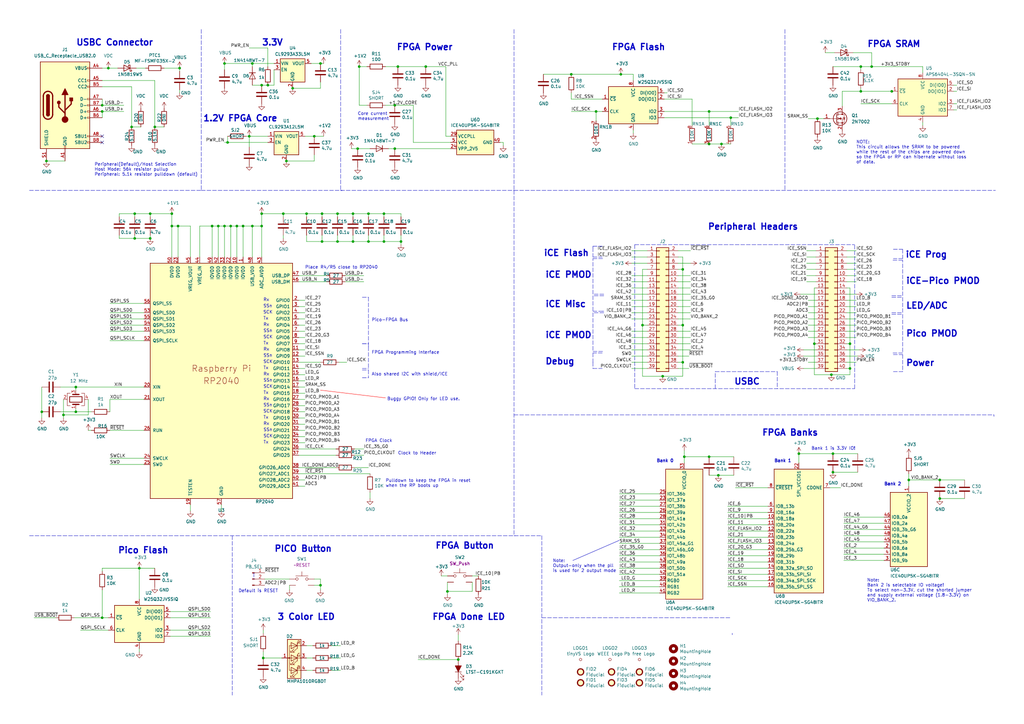
<source format=kicad_sch>
(kicad_sch (version 20211123) (generator eeschema)
  (paper "A3")
  (title_block (title "PICO-iCE") (date "2022-10-16") (rev "0.3") (company "tinyVision.ai Inc."))
  (junction (at 335.28 48.641))
  (junction (at 61.595 87.63))
  (junction (at 53.975 52.07))
  (junction (at 163.195 27.305))
  (junction (at 131.445 240.03))
  (junction (at 63.5 52.07))
  (junction (at 120.015 36.195))
  (junction (at 280.035 133.35))
  (junction (at 271.78 154.305))
  (junction (at 187.96 270.51))
  (junction (at 290.83 45.72))
  (junction (at 385.445 204.47))
  (junction (at 151.13 87.63))
  (junction (at 26.035 170.18))
  (junction (at 234.315 30.48))
  (junction (at 290.83 187.325))
  (junction (at 70.485 92.71))
  (junction (at 290.83 59.055))
  (junction (at 263.525 133.35))
  (junction (at 357.505 27.305))
  (junction (at 132.08 99.06))
  (junction (at 353.06 27.305))
  (junction (at 55.245 87.63))
  (junction (at 31.115 158.75))
  (junction (at 348.615 140.97))
  (junction (at 365.76 37.465))
  (junction (at 280.035 148.59))
  (junction (at 61.595 97.79))
  (junction (at 144.78 87.63))
  (junction (at 341.63 193.675))
  (junction (at 89.535 92.71))
  (junction (at 44.45 27.94))
  (junction (at 131.445 26.035))
  (junction (at 161.925 43.18))
  (junction (at 94.615 92.71))
  (junction (at 138.43 99.06))
  (junction (at 334.01 140.97))
  (junction (at 41.91 253.365))
  (junction (at 132.08 87.63))
  (junction (at 174.625 27.305))
  (junction (at 295.91 59.055))
  (junction (at 41.91 43.18))
  (junction (at 109.855 34.925))
  (junction (at 280.035 110.49))
  (junction (at 353.06 37.465))
  (junction (at 57.15 233.045))
  (junction (at 372.745 196.85))
  (junction (at 92.075 92.71))
  (junction (at 116.205 87.63))
  (junction (at 348.615 151.13))
  (junction (at 244.475 45.72))
  (junction (at 92.075 26.035))
  (junction (at 138.43 87.63))
  (junction (at 93.345 58.42))
  (junction (at 385.445 196.85))
  (junction (at 55.245 97.79))
  (junction (at 254.635 30.48))
  (junction (at 73.025 92.71))
  (junction (at 341.63 186.055))
  (junction (at 128.905 55.88))
  (junction (at 117.475 66.04))
  (junction (at 19.05 66.04))
  (junction (at 157.48 99.06))
  (junction (at 31.115 168.91))
  (junction (at 299.72 48.26))
  (junction (at 41.91 45.72))
  (junction (at 340.995 153.67))
  (junction (at 107.315 34.925))
  (junction (at 102.235 55.88))
  (junction (at 151.13 99.06))
  (junction (at 103.505 92.71))
  (junction (at 144.78 99.06))
  (junction (at 147.32 27.305))
  (junction (at 146.685 60.96))
  (junction (at 157.48 87.63))
  (junction (at 103.505 26.035))
  (junction (at 164.465 99.06))
  (junction (at 125.73 87.63))
  (junction (at 73.66 27.94))
  (junction (at 280.67 187.325))
  (junction (at 294.64 194.945))
  (junction (at 107.315 92.71))
  (junction (at 183.515 242.57))
  (junction (at 97.155 92.71))
  (junction (at 107.95 269.875))
  (junction (at 70.485 87.63))
  (junction (at 17.145 168.91))
  (junction (at 99.695 92.71))
  (junction (at 86.995 92.71))
  (junction (at 107.315 87.63))
  (junction (at 161.925 60.96))
  (junction (at 327.66 186.055))
  (no_connect (at 41.91 55.88))
  (no_connect (at 41.91 58.42))
  (wire (pts (xy 45.085 130.81) (xy 59.055 130.81)))
  (wire (pts (xy 112.395 28.575) (xy 112.395 34.925)))
  (wire (pts (xy 270.51 202.565) (xy 254 202.565)))
  (wire (pts (xy 283.21 120.65) (xy 278.13 120.65)))
  (wire (pts (xy 347.345 115.57) (xy 351.155 115.57)))
  (wire (pts (xy 372.745 196.85) (xy 385.445 196.85)))
  (polyline (pts (xy 350.52 159.385) (xy 350.52 100.33)))
  (wire (pts (xy 270.51 240.665) (xy 254 240.665)))
  (wire (pts (xy 391.16 42.545) (xy 392.43 42.545)))
  (wire (pts (xy 164.465 88.9) (xy 164.465 87.63)))
  (wire (pts (xy 102.235 19.685) (xy 109.855 19.685)))
  (wire (pts (xy 107.315 92.71) (xy 107.315 105.41)))
  (wire (pts (xy 270.51 227.965) (xy 254 227.965)))
  (polyline (pts (xy 234.95 229.87) (xy 254 221.615)) (stroke (width 0) (type solid)))
  (polyline (pts (xy 12.065 219.71) (xy 222.25 219.71)))
  (wire (pts (xy 270.51 225.425) (xy 254 225.425)))
  (wire (pts (xy 314.96 227.965) (xy 298.45 227.965)))
  (wire (pts (xy 193.675 242.57) (xy 183.515 242.57)))
  (wire (pts (xy 193.675 238.76) (xy 193.675 242.57)))
  (wire (pts (xy 102.235 67.945) (xy 102.235 67.31)))
  (wire (pts (xy 141.605 113.03) (xy 149.225 113.03)))
  (wire (pts (xy 280.035 110.49) (xy 280.035 133.35)))
  (wire (pts (xy 270.51 212.725) (xy 254 212.725)))
  (wire (pts (xy 108.585 237.49) (xy 118.745 237.49)))
  (wire (pts (xy 41.91 234.315) (xy 41.91 233.045)))
  (polyline (pts (xy 300.355 259.715) (xy 300.355 260.35)))
  (wire (pts (xy 59.055 139.7) (xy 45.085 139.7)))
  (wire (pts (xy 270.51 243.205) (xy 254 243.205)))
  (wire (pts (xy 132.08 99.06) (xy 125.73 99.06)))
  (wire (pts (xy 26.035 170.18) (xy 36.195 170.18)))
  (wire (pts (xy 128.27 274.955) (xy 125.73 274.955)))
  (wire (pts (xy 30.48 253.365) (xy 41.91 253.365)))
  (wire (pts (xy 131.445 237.49) (xy 131.445 240.03)))
  (wire (pts (xy 99.695 92.71) (xy 99.695 105.41)))
  (wire (pts (xy 187.96 262.89) (xy 187.96 260.35)))
  (wire (pts (xy 244.475 45.72) (xy 247.015 45.72)))
  (wire (pts (xy 125.095 168.91) (xy 122.555 168.91)))
  (wire (pts (xy 347.345 125.73) (xy 351.155 125.73)))
  (wire (pts (xy 353.06 37.465) (xy 365.76 37.465)))
  (wire (pts (xy 122.555 148.59) (xy 131.445 148.59)))
  (wire (pts (xy 103.505 34.925) (xy 107.315 34.925)))
  (wire (pts (xy 334.645 138.43) (xy 331.47 138.43)))
  (wire (pts (xy 278.13 110.49) (xy 280.035 110.49)))
  (wire (pts (xy 109.855 27.305) (xy 109.855 19.685)))
  (wire (pts (xy 205.105 58.42) (xy 206.375 58.42)))
  (wire (pts (xy 345.44 37.465) (xy 345.44 43.561)))
  (polyline (pts (xy 243.205 100.965) (xy 247.015 100.965)))
  (wire (pts (xy 259.08 125.73) (xy 265.43 125.73)))
  (wire (pts (xy 347.345 120.65) (xy 351.155 120.65)))
  (wire (pts (xy 145.415 184.15) (xy 149.225 184.15)))
  (wire (pts (xy 353.06 36.195) (xy 353.06 37.465)))
  (wire (pts (xy 41.91 27.94) (xy 44.45 27.94)))
  (wire (pts (xy 278.13 118.11) (xy 283.21 118.11)))
  (wire (pts (xy 331.47 123.19) (xy 334.645 123.19)))
  (wire (pts (xy 290.83 59.055) (xy 295.91 59.055)))
  (wire (pts (xy 73.025 92.71) (xy 70.485 92.71)))
  (wire (pts (xy 341.63 193.675) (xy 351.79 193.675)))
  (wire (pts (xy 144.78 88.9) (xy 144.78 87.63)))
  (wire (pts (xy 116.205 87.63) (xy 125.73 87.63)))
  (wire (pts (xy 45.085 168.91) (xy 45.085 163.83)))
  (wire (pts (xy 254.635 30.48) (xy 259.715 30.48)))
  (wire (pts (xy 89.535 105.41) (xy 89.535 92.71)))
  (wire (pts (xy 41.91 40.64) (xy 41.91 43.18)))
  (wire (pts (xy 125.73 87.63) (xy 132.08 87.63)))
  (wire (pts (xy 282.575 146.05) (xy 278.13 146.05)))
  (wire (pts (xy 357.505 27.305) (xy 378.46 27.305)))
  (wire (pts (xy 94.615 105.41) (xy 94.615 92.71)))
  (wire (pts (xy 270.51 205.105) (xy 254 205.105)))
  (wire (pts (xy 329.565 151.13) (xy 334.645 151.13)))
  (wire (pts (xy 283.845 59.055) (xy 290.83 59.055)))
  (wire (pts (xy 138.43 87.63) (xy 144.78 87.63)))
  (polyline (pts (xy 148.59 140.97) (xy 151.13 140.97)))
  (polyline (pts (xy 222.25 219.71) (xy 222.25 285.115)))
  (polyline (pts (xy 210.82 78.105) (xy 408.305 78.105)))
  (polyline (pts (xy 243.205 151.13) (xy 247.015 151.13)))
  (polyline (pts (xy 12.065 78.105) (xy 82.55 78.105)))
  (wire (pts (xy 151.13 88.9) (xy 151.13 87.63)))
  (polyline (pts (xy 148.59 154.94) (xy 151.13 154.94)))
  (wire (pts (xy 327.66 186.055) (xy 327.66 189.865)))
  (polyline (pts (xy 243.205 120.65) (xy 243.205 106.045)))
  (wire (pts (xy 122.555 133.35) (xy 125.095 133.35)))
  (wire (pts (xy 270.51 217.805) (xy 254 217.805)))
  (wire (pts (xy 107.95 267.335) (xy 107.95 269.875)))
  (wire (pts (xy 347.345 130.81) (xy 351.155 130.81)))
  (wire (pts (xy 314.96 235.585) (xy 298.45 235.585)))
  (wire (pts (xy 169.545 43.18) (xy 169.545 58.42)))
  (wire (pts (xy 55.245 96.52) (xy 55.245 97.79)))
  (wire (pts (xy 31.115 158.75) (xy 59.055 158.75)))
  (polyline (pts (xy 222.25 253.365) (xy 299.72 253.365)))
  (polyline (pts (xy 210.82 12.065) (xy 210.82 78.105)))
  (wire (pts (xy 259.08 130.81) (xy 265.43 130.81)))
  (wire (pts (xy 55.88 27.94) (xy 59.69 27.94)))
  (wire (pts (xy 372.745 194.31) (xy 372.745 196.85)))
  (polyline (pts (xy 365.76 128.27) (xy 370.205 128.27)))
  (wire (pts (xy 314.96 215.265) (xy 298.45 215.265)))
  (wire (pts (xy 127.635 26.035) (xy 131.445 26.035)))
  (polyline (pts (xy 243.205 127.635) (xy 247.65 127.635)))
  (wire (pts (xy 107.315 87.63) (xy 116.205 87.63)))
  (wire (pts (xy 103.505 92.71) (xy 107.315 92.71)))
  (polyline (pts (xy 321.945 12.065) (xy 321.945 78.105)))
  (wire (pts (xy 334.645 135.89) (xy 331.47 135.89)))
  (wire (pts (xy 81.915 105.41) (xy 81.915 92.71)))
  (wire (pts (xy 41.91 241.935) (xy 41.91 253.365)))
  (wire (pts (xy 55.245 87.63) (xy 61.595 87.63)))
  (wire (pts (xy 48.895 87.63) (xy 55.245 87.63)))
  (wire (pts (xy 278.13 140.97) (xy 283.21 140.97)))
  (wire (pts (xy 122.555 128.27) (xy 125.095 128.27)))
  (wire (pts (xy 159.385 60.96) (xy 161.925 60.96)))
  (wire (pts (xy 362.585 217.17) (xy 346.075 217.17)))
  (wire (pts (xy 36.195 163.83) (xy 36.195 170.18)))
  (wire (pts (xy 48.895 88.9) (xy 48.895 87.63)))
  (wire (pts (xy 348.615 140.97) (xy 348.615 151.13)))
  (wire (pts (xy 26.035 163.83) (xy 26.035 170.18)))
  (wire (pts (xy 139.7 269.875) (xy 135.89 269.875)))
  (wire (pts (xy 139.7 264.795) (xy 135.89 264.795)))
  (wire (pts (xy 270.51 215.265) (xy 254 215.265)))
  (wire (pts (xy 351.79 186.055) (xy 341.63 186.055)))
  (polyline (pts (xy 370.205 106.045) (xy 366.395 106.045)))
  (wire (pts (xy 17.145 168.91) (xy 17.145 171.45)))
  (wire (pts (xy 278.13 115.57) (xy 283.21 115.57)))
  (wire (pts (xy 334.645 115.57) (xy 330.835 115.57)))
  (wire (pts (xy 283.21 130.81) (xy 278.13 130.81)))
  (polyline (pts (xy 260.35 159.385) (xy 350.52 159.385)))
  (wire (pts (xy 347.345 113.03) (xy 351.155 113.03)))
  (wire (pts (xy 138.43 96.52) (xy 138.43 99.06)))
  (wire (pts (xy 270.51 220.345) (xy 254 220.345)))
  (polyline (pts (xy 95.25 219.71) (xy 95.25 285.115)))
  (wire (pts (xy 44.45 27.94) (xy 48.26 27.94)))
  (polyline (pts (xy 247.65 128.27) (xy 243.205 128.27)))
  (wire (pts (xy 17.145 158.75) (xy 17.145 168.91)))
  (wire (pts (xy 147.32 27.305) (xy 150.495 27.305)))
  (wire (pts (xy 314.96 222.885) (xy 298.45 222.885)))
  (wire (pts (xy 329.565 146.05) (xy 334.645 146.05)))
  (wire (pts (xy 347.345 133.35) (xy 351.155 133.35)))
  (wire (pts (xy 63.5 33.02) (xy 63.5 52.07)))
  (wire (pts (xy 161.925 60.96) (xy 184.785 60.96)))
  (wire (pts (xy 103.505 26.035) (xy 112.395 26.035)))
  (polyline (pts (xy 148.59 140.97) (xy 151.13 140.97)))
  (wire (pts (xy 357.505 21.59) (xy 357.505 27.305)))
  (wire (pts (xy 22.86 253.365) (xy 13.97 253.365)))
  (wire (pts (xy 270.51 238.125) (xy 254 238.125)))
  (polyline (pts (xy 370.205 106.68) (xy 365.76 106.68)))
  (wire (pts (xy 347.345 107.95) (xy 351.155 107.95)))
  (polyline (pts (xy 210.82 219.71) (xy 211.455 219.71)))
  (wire (pts (xy 157.48 96.52) (xy 157.48 99.06)))
  (wire (pts (xy 107.315 34.925) (xy 109.855 34.925)))
  (wire (pts (xy 122.555 158.75) (xy 125.095 158.75)))
  (wire (pts (xy 331.47 125.73) (xy 334.645 125.73)))
  (wire (pts (xy 385.445 204.47) (xy 395.605 204.47)))
  (wire (pts (xy 78.105 207.01) (xy 78.105 209.55)))
  (wire (pts (xy 157.48 88.9) (xy 157.48 87.63)))
  (wire (pts (xy 100.965 55.88) (xy 102.235 55.88)))
  (wire (pts (xy 259.08 105.41) (xy 265.43 105.41)))
  (wire (pts (xy 158.115 27.305) (xy 163.195 27.305)))
  (wire (pts (xy 164.465 99.06) (xy 164.465 100.33)))
  (wire (pts (xy 36.195 176.53) (xy 37.465 176.53)))
  (wire (pts (xy 234.315 30.48) (xy 254.635 30.48)))
  (wire (pts (xy 144.78 99.06) (xy 138.43 99.06)))
  (wire (pts (xy 122.555 194.31) (xy 151.765 194.31)))
  (wire (pts (xy 314.96 212.725) (xy 298.45 212.725)))
  (wire (pts (xy 347.345 105.41) (xy 351.155 105.41)))
  (wire (pts (xy 338.455 21.59) (xy 342.265 21.59)))
  (wire (pts (xy 122.555 179.07) (xy 125.095 179.07)))
  (wire (pts (xy 272.415 48.26) (xy 299.72 48.26)))
  (polyline (pts (xy 243.205 144.78) (xy 243.205 148.59)))
  (wire (pts (xy 273.685 38.1) (xy 272.415 38.1)))
  (wire (pts (xy 144.78 87.63) (xy 151.13 87.63)))
  (wire (pts (xy 157.48 87.63) (xy 164.465 87.63)))
  (wire (pts (xy 280.67 184.785) (xy 280.67 187.325)))
  (wire (pts (xy 290.83 187.325) (xy 300.99 187.325)))
  (wire (pts (xy 63.5 52.07) (xy 67.31 52.07)))
  (wire (pts (xy 125.73 96.52) (xy 125.73 99.06)))
  (wire (pts (xy 90.805 207.01) (xy 90.805 209.55)))
  (polyline (pts (xy 82.55 78.105) (xy 210.82 78.105)))
  (wire (pts (xy 259.08 102.87) (xy 265.43 102.87)))
  (wire (pts (xy 347.345 135.89) (xy 351.155 135.89)))
  (wire (pts (xy 122.555 184.15) (xy 137.795 184.15)))
  (wire (pts (xy 122.555 123.19) (xy 125.095 123.19)))
  (wire (pts (xy 122.555 191.77) (xy 137.795 191.77)))
  (wire (pts (xy 53.975 52.07) (xy 57.785 52.07)))
  (wire (pts (xy 69.85 253.365) (xy 86.36 253.365)))
  (wire (pts (xy 151.13 99.06) (xy 144.78 99.06)))
  (wire (pts (xy 334.01 140.97) (xy 334.645 140.97)))
  (wire (pts (xy 265.43 110.49) (xy 263.525 110.49)))
  (wire (pts (xy 157.48 99.06) (xy 164.465 99.06)))
  (wire (pts (xy 174.625 27.305) (xy 182.88 27.305)))
  (wire (pts (xy 362.585 212.09) (xy 346.075 212.09)))
  (wire (pts (xy 259.08 113.03) (xy 265.43 113.03)))
  (wire (pts (xy 102.235 55.88) (xy 109.855 55.88)))
  (wire (pts (xy 26.035 170.18) (xy 26.035 171.45)))
  (wire (pts (xy 263.525 133.35) (xy 263.525 154.305)))
  (wire (pts (xy 103.505 26.035) (xy 103.505 27.305)))
  (wire (pts (xy 118.745 240.03) (xy 118.745 241.935)))
  (polyline (pts (xy 407.67 170.18) (xy 407.67 170.815)))
  (wire (pts (xy 362.585 224.79) (xy 346.075 224.79)))
  (wire (pts (xy 331.47 148.59) (xy 334.645 148.59)))
  (wire (pts (xy 395.605 196.85) (xy 385.445 196.85)))
  (wire (pts (xy 283.21 125.73) (xy 278.13 125.73)))
  (wire (pts (xy 353.06 27.305) (xy 357.505 27.305)))
  (wire (pts (xy 99.695 92.71) (xy 103.505 92.71)))
  (wire (pts (xy 92.075 58.42) (xy 93.345 58.42)))
  (wire (pts (xy 128.905 66.04) (xy 128.905 63.5)))
  (polyline (pts (xy 370.205 144.78) (xy 365.76 144.78)))
  (wire (pts (xy 141.605 115.57) (xy 149.225 115.57)))
  (wire (pts (xy 353.06 42.545) (xy 365.76 42.545)))
  (wire (pts (xy 283.21 107.95) (xy 278.13 107.95)))
  (wire (pts (xy 145.415 186.69) (xy 149.225 186.69)))
  (polyline (pts (xy 247.015 144.78) (xy 243.205 144.78)))
  (polyline (pts (xy 243.205 106.045) (xy 247.65 106.045)))
  (wire (pts (xy 347.345 118.11) (xy 348.615 118.11)))
  (wire (pts (xy 41.91 33.02) (xy 63.5 33.02)))
  (wire (pts (xy 128.27 269.875) (xy 125.73 269.875)))
  (wire (pts (xy 314.96 207.645) (xy 298.45 207.645)))
  (wire (pts (xy 147.32 43.18) (xy 150.495 43.18)))
  (wire (pts (xy 151.765 201.93) (xy 151.765 204.47)))
  (wire (pts (xy 280.035 133.35) (xy 280.035 148.59)))
  (polyline (pts (xy 210.82 78.105) (xy 210.82 219.71)))
  (wire (pts (xy 78.105 105.41) (xy 78.105 92.71)))
  (wire (pts (xy 45.085 133.35) (xy 59.055 133.35)))
  (wire (pts (xy 341.63 27.305) (xy 353.06 27.305)))
  (wire (pts (xy 270.51 233.045) (xy 254 233.045)))
  (polyline (pts (xy 260.35 100.33) (xy 260.35 159.385)))
  (polyline (pts (xy 370.205 128.905) (xy 370.205 144.78)))
  (wire (pts (xy 122.555 199.39) (xy 125.095 199.39)))
  (wire (pts (xy 259.08 118.11) (xy 265.43 118.11)))
  (wire (pts (xy 107.315 87.63) (xy 107.315 92.71)))
  (wire (pts (xy 334.645 110.49) (xy 330.835 110.49)))
  (wire (pts (xy 263.525 154.305) (xy 271.78 154.305)))
  (wire (pts (xy 131.445 240.03) (xy 131.445 241.935)))
  (wire (pts (xy 122.555 138.43) (xy 125.095 138.43)))
  (wire (pts (xy 283.21 135.89) (xy 278.13 135.89)))
  (wire (pts (xy 41.91 233.045) (xy 57.15 233.045)))
  (polyline (pts (xy 247.015 127.635) (xy 247.65 127.635)))
  (wire (pts (xy 109.855 34.925) (xy 112.395 34.925)))
  (polyline (pts (xy 366.395 152.4) (xy 370.205 152.4)))
  (polyline (pts (xy 243.205 101.6) (xy 243.205 105.41)))
  (wire (pts (xy 139.7 274.955) (xy 135.89 274.955)))
  (polyline (pts (xy 370.205 102.235) (xy 370.205 106.045)))
  (wire (pts (xy 125.095 161.29) (xy 122.555 161.29)))
  (wire (pts (xy 314.96 230.505) (xy 298.45 230.505)))
  (wire (pts (xy 125.73 88.9) (xy 125.73 87.63)))
  (wire (pts (xy 89.535 92.71) (xy 92.075 92.71)))
  (wire (pts (xy 122.555 176.53) (xy 125.095 176.53)))
  (wire (pts (xy 144.78 96.52) (xy 144.78 99.06)))
  (wire (pts (xy 45.085 128.27) (xy 59.055 128.27)))
  (wire (pts (xy 33.02 258.445) (xy 44.45 258.445)))
  (wire (pts (xy 41.91 43.18) (xy 50.8 43.18)))
  (wire (pts (xy 139.065 148.59) (xy 142.24 148.59)))
  (wire (pts (xy 314.96 220.345) (xy 298.45 220.345)))
  (wire (pts (xy 265.43 115.57) (xy 259.08 115.57)))
  (wire (pts (xy 362.585 214.63) (xy 346.075 214.63)))
  (wire (pts (xy 347.345 143.51) (xy 352.425 143.51)))
  (wire (pts (xy 278.13 105.41) (xy 280.035 105.41)))
  (wire (pts (xy 280.035 148.59) (xy 280.035 154.305)))
  (wire (pts (xy 334.01 153.67) (xy 340.995 153.67)))
  (wire (pts (xy 270.51 207.645) (xy 254 207.645)))
  (polyline (pts (xy 247.65 121.285) (xy 243.205 121.285)))
  (wire (pts (xy 53.975 35.56) (xy 53.975 52.07)))
  (wire (pts (xy 125.095 55.88) (xy 128.905 55.88)))
  (wire (pts (xy 294.64 194.945) (xy 300.99 194.945)))
  (wire (pts (xy 259.08 140.97) (xy 265.43 140.97)))
  (wire (pts (xy 351.155 148.59) (xy 347.345 148.59)))
  (wire (pts (xy 348.615 118.11) (xy 348.615 140.97)))
  (wire (pts (xy 67.31 27.94) (xy 73.66 27.94)))
  (wire (pts (xy 334.01 118.11) (xy 334.645 118.11)))
  (wire (pts (xy 31.115 167.64) (xy 31.115 168.91)))
  (wire (pts (xy 97.155 105.41) (xy 97.155 92.71)))
  (wire (pts (xy 19.05 66.04) (xy 26.67 66.04)))
  (wire (pts (xy 169.545 58.42) (xy 184.785 58.42)))
  (wire (pts (xy 122.555 196.85) (xy 125.095 196.85)))
  (wire (pts (xy 301.625 200.025) (xy 314.96 200.025)))
  (wire (pts (xy 331.47 128.27) (xy 334.645 128.27)))
  (polyline (pts (xy 139.7 78.105) (xy 140.335 78.105)))
  (polyline (pts (xy 366.395 102.235) (xy 370.205 102.235)))
  (wire (pts (xy 73.025 105.41) (xy 73.025 92.71)))
  (wire (pts (xy 347.345 140.97) (xy 348.615 140.97)))
  (wire (pts (xy 362.585 229.87) (xy 346.075 229.87)))
  (wire (pts (xy 334.645 133.35) (xy 331.47 133.35)))
  (polyline (pts (xy 370.205 145.415) (xy 370.205 152.4)))
  (wire (pts (xy 48.895 96.52) (xy 48.895 97.79)))
  (wire (pts (xy 92.075 26.035) (xy 103.505 26.035)))
  (wire (pts (xy 290.83 194.945) (xy 294.64 194.945)))
  (wire (pts (xy 92.075 26.035) (xy 92.075 28.575)))
  (wire (pts (xy 86.995 92.71) (xy 89.535 92.71)))
  (wire (pts (xy 122.555 113.03) (xy 133.985 113.03)))
  (wire (pts (xy 122.555 115.57) (xy 133.985 115.57)))
  (wire (pts (xy 259.08 120.65) (xy 265.43 120.65)))
  (wire (pts (xy 244.475 45.72) (xy 244.475 49.53)))
  (wire (pts (xy 163.195 27.305) (xy 174.625 27.305)))
  (wire (pts (xy 81.915 92.71) (xy 86.995 92.71)))
  (wire (pts (xy 270.51 222.885) (xy 254 222.885)))
  (wire (pts (xy 57.15 233.045) (xy 57.15 245.745)))
  (wire (pts (xy 290.83 45.72) (xy 302.895 45.72)))
  (polyline (pts (xy 243.205 128.27) (xy 243.205 144.145)))
  (wire (pts (xy 378.46 27.305) (xy 378.46 29.845)))
  (polyline (pts (xy 365.76 128.905) (xy 370.205 128.905)))
  (wire (pts (xy 278.13 138.43) (xy 283.21 138.43)))
  (wire (pts (xy 41.91 35.56) (xy 53.975 35.56)))
  (wire (pts (xy 151.13 96.52) (xy 151.13 99.06)))
  (wire (pts (xy 278.13 102.87) (xy 283.21 102.87)))
  (wire (pts (xy 144.145 60.96) (xy 146.685 60.96)))
  (wire (pts (xy 348.615 151.13) (xy 348.615 153.67)))
  (polyline (pts (xy 365.76 121.92) (xy 370.205 121.92)))
  (wire (pts (xy 391.16 37.465) (xy 392.43 37.465)))
  (wire (pts (xy 61.595 97.79) (xy 55.245 97.79)))
  (wire (pts (xy 180.975 236.22) (xy 183.515 236.22)))
  (polyline (pts (xy 365.76 121.285) (xy 370.205 121.285)))
  (wire (pts (xy 24.765 168.91) (xy 31.115 168.91)))
  (wire (pts (xy 122.555 130.81) (xy 125.095 130.81)))
  (wire (pts (xy 128.905 237.49) (xy 131.445 237.49)))
  (wire (pts (xy 362.585 222.25) (xy 346.075 222.25)))
  (wire (pts (xy 132.08 96.52) (xy 132.08 99.06)))
  (polyline (pts (xy 243.205 105.41) (xy 247.015 105.41)))
  (wire (pts (xy 290.83 45.72) (xy 290.83 51.435)))
  (wire (pts (xy 299.72 48.26) (xy 299.72 51.435)))
  (wire (pts (xy 59.055 190.5) (xy 45.085 190.5)))
  (wire (pts (xy 314.96 233.045) (xy 298.45 233.045)))
  (wire (pts (xy 164.465 96.52) (xy 164.465 99.06)))
  (wire (pts (xy 299.72 48.26) (xy 302.895 48.26)))
  (wire (pts (xy 206.375 58.42) (xy 206.375 59.69)))
  (polyline (pts (xy 243.205 121.285) (xy 243.205 127.635)))
  (wire (pts (xy 107.95 269.875) (xy 115.57 269.875)))
  (wire (pts (xy 41.91 253.365) (xy 44.45 253.365)))
  (wire (pts (xy 116.205 88.9) (xy 116.205 87.63)))
  (wire (pts (xy 283.21 128.27) (xy 278.13 128.27)))
  (wire (pts (xy 272.415 40.64) (xy 283.845 40.64)))
  (wire (pts (xy 329.565 143.51) (xy 334.645 143.51)))
  (wire (pts (xy 94.615 92.71) (xy 97.155 92.71)))
  (polyline (pts (xy 247.65 120.65) (xy 243.205 120.65)))
  (polyline (pts (xy 151.13 121.92) (xy 151.13 140.97)))
  (wire (pts (xy 259.715 30.48) (xy 259.715 33.02)))
  (wire (pts (xy 125.095 181.61) (xy 122.555 181.61)))
  (wire (pts (xy 122.555 135.89) (xy 125.095 135.89)))
  (wire (pts (xy 278.13 143.51) (xy 283.21 143.51)))
  (polyline (pts (xy 139.7 12.065) (xy 139.7 78.105)))
  (wire (pts (xy 362.585 219.71) (xy 346.075 219.71)))
  (wire (pts (xy 328.295 120.65) (xy 334.645 120.65)))
  (wire (pts (xy 41.91 45.72) (xy 50.8 45.72)))
  (wire (pts (xy 265.43 138.43) (xy 259.08 138.43)))
  (wire (pts (xy 120.015 36.195) (xy 131.445 36.195)))
  (wire (pts (xy 59.055 124.46) (xy 45.085 124.46)))
  (wire (pts (xy 122.555 171.45) (xy 125.095 171.45)))
  (wire (pts (xy 61.595 87.63) (xy 70.485 87.63)))
  (wire (pts (xy 128.27 264.795) (xy 125.73 264.795)))
  (wire (pts (xy 278.13 148.59) (xy 280.035 148.59)))
  (wire (pts (xy 283.21 123.19) (xy 278.13 123.19)))
  (polyline (pts (xy 366.395 145.415) (xy 370.205 145.415)))
  (polyline (pts (xy 210.82 170.18) (xy 407.67 170.18)))
  (wire (pts (xy 271.78 154.305) (xy 280.035 154.305)))
  (wire (pts (xy 347.345 123.19) (xy 351.155 123.19)))
  (wire (pts (xy 92.075 92.71) (xy 94.615 92.71)))
  (wire (pts (xy 171.45 270.51) (xy 187.96 270.51)))
  (wire (pts (xy 61.595 96.52) (xy 61.595 97.79)))
  (wire (pts (xy 196.215 236.22) (xy 193.675 236.22)))
  (wire (pts (xy 107.95 258.445) (xy 107.95 259.715)))
  (wire (pts (xy 372.745 196.85) (xy 372.745 199.39)))
  (wire (pts (xy 331.47 48.641) (xy 335.28 48.641)))
  (wire (pts (xy 145.415 191.77) (xy 151.13 191.77)))
  (wire (pts (xy 259.08 143.51) (xy 265.43 143.51)))
  (wire (pts (xy 31.115 168.91) (xy 37.465 168.91)))
  (wire (pts (xy 347.345 151.13) (xy 348.615 151.13)))
  (wire (pts (xy 131.445 36.195) (xy 131.445 33.655)))
  (wire (pts (xy 128.905 240.03) (xy 131.445 240.03)))
  (wire (pts (xy 97.155 92.71) (xy 99.695 92.71)))
  (wire (pts (xy 378.46 50.165) (xy 378.46 51.435)))
  (wire (pts (xy 122.555 125.73) (xy 125.095 125.73)))
  (polyline (pts (xy 151.13 140.97) (xy 151.13 142.24)))
  (wire (pts (xy 73.66 29.21) (xy 73.66 27.94)))
  (wire (pts (xy 69.85 250.825) (xy 86.36 250.825)))
  (wire (pts (xy 259.08 135.89) (xy 265.43 135.89)))
  (wire (pts (xy 59.055 163.83) (xy 45.085 163.83)))
  (wire (pts (xy 353.06 28.575) (xy 353.06 27.305)))
  (wire (pts (xy 161.925 43.18) (xy 169.545 43.18)))
  (wire (pts (xy 295.91 59.055) (xy 299.72 59.055)))
  (wire (pts (xy 365.76 37.465) (xy 366.014 37.465)))
  (wire (pts (xy 61.595 88.9) (xy 61.595 87.63)))
  (polyline (pts (xy 370.205 121.92) (xy 370.205 128.27)))
  (wire (pts (xy 73.66 36.83) (xy 73.66 38.1)))
  (wire (pts (xy 330.835 113.03) (xy 334.645 113.03)))
  (wire (pts (xy 59.055 187.96) (xy 45.085 187.96)))
  (wire (pts (xy 270.51 235.585) (xy 254 235.585)))
  (polyline (pts (xy 131.445 160.02) (xy 158.115 163.195)) (stroke (width 0) (type solid) (color 255 0 0 1)))
  (wire (pts (xy 78.105 92.71) (xy 73.025 92.71)))
  (wire (pts (xy 263.525 110.49) (xy 263.525 133.35)))
  (wire (pts (xy 24.765 158.75) (xy 31.115 158.75)))
  (wire (pts (xy 330.835 105.41) (xy 334.645 105.41)))
  (wire (pts (xy 345.44 37.465) (xy 353.06 37.465)))
  (wire (pts (xy 103.505 105.41) (xy 103.505 92.71)))
  (wire (pts (xy 157.48 99.06) (xy 151.13 99.06)))
  (wire (pts (xy 314.96 210.185) (xy 298.45 210.185)))
  (wire (pts (xy 334.01 140.97) (xy 334.01 153.67)))
  (polyline (pts (xy 243.205 101.6) (xy 243.205 100.965)))
  (wire (pts (xy 347.345 138.43) (xy 351.155 138.43)))
  (wire (pts (xy 41.91 45.72) (xy 41.91 48.26)))
  (wire (pts (xy 283.21 113.03) (xy 278.13 113.03)))
  (polyline (pts (xy 293.37 152.4) (xy 318.77 152.4)))
  (wire (pts (xy 31.115 160.02) (xy 31.115 158.75)))
  (wire (pts (xy 222.885 30.48) (xy 234.315 30.48)))
  (wire (pts (xy 270.51 230.505) (xy 254 230.505)))
  (polyline (pts (xy 148.59 121.92) (xy 151.13 121.92)))
  (wire (pts (xy 280.035 105.41) (xy 280.035 110.49)))
  (wire (pts (xy 334.01 140.97) (xy 334.01 118.11)))
  (wire (pts (xy 278.13 133.35) (xy 280.035 133.35)))
  (wire (pts (xy 259.715 53.34) (xy 259.715 54.61)))
  (wire (pts (xy 234.315 40.64) (xy 247.015 40.64)))
  (wire (pts (xy 125.095 166.37) (xy 122.555 166.37)))
  (wire (pts (xy 63.5 233.045) (xy 57.15 233.045)))
  (wire (pts (xy 349.885 21.59) (xy 357.505 21.59)))
  (wire (pts (xy 259.08 146.05) (xy 265.43 146.05)))
  (wire (pts (xy 122.555 153.67) (xy 125.095 153.67)))
  (wire (pts (xy 122.555 143.51) (xy 125.095 143.51)))
  (wire (pts (xy 263.525 133.35) (xy 265.43 133.35)))
  (wire (pts (xy 57.15 266.065) (xy 57.15 267.335)))
  (wire (pts (xy 93.345 58.42) (xy 109.855 58.42)))
  (wire (pts (xy 138.43 88.9) (xy 138.43 87.63)))
  (wire (pts (xy 391.16 45.085) (xy 392.43 45.085)))
  (wire (pts (xy 183.515 242.57) (xy 183.515 243.84)))
  (wire (pts (xy 128.905 55.88) (xy 132.715 55.88)))
  (wire (pts (xy 234.315 45.72) (xy 244.475 45.72)))
  (polyline (pts (xy 151.13 151.765) (xy 151.13 154.94)))
  (wire (pts (xy 347.345 128.27) (xy 351.155 128.27)))
  (wire (pts (xy 347.345 146.05) (xy 351.79 146.05)))
  (wire (pts (xy 183.515 238.76) (xy 183.515 242.57)))
  (wire (pts (xy 347.345 110.49) (xy 351.155 110.49)))
  (wire (pts (xy 270.51 210.185) (xy 254 210.185)))
  (wire (pts (xy 132.08 88.9) (xy 132.08 87.63)))
  (wire (pts (xy 132.08 87.63) (xy 138.43 87.63)))
  (wire (pts (xy 122.555 146.05) (xy 125.095 146.05)))
  (polyline (pts (xy 243.205 144.145) (xy 247.65 144.145)))
  (wire (pts (xy 125.095 151.13) (xy 122.555 151.13)))
  (wire (pts (xy 131.445 26.035) (xy 132.715 26.035)))
  (wire (pts (xy 272.415 45.72) (xy 290.83 45.72)))
  (wire (pts (xy 92.075 105.41) (xy 92.075 92.71)))
  (wire (pts (xy 116.205 96.52) (xy 116.205 97.79)))
  (wire (pts (xy 283.845 40.64) (xy 283.845 51.435)))
  (polyline (pts (xy 260.35 100.33) (xy 350.52 100.33)))
  (wire (pts (xy 314.96 240.665) (xy 298.45 240.665)))
  (polyline (pts (xy 148.59 151.765) (xy 151.13 151.765)))
  (polyline (pts (xy 318.77 152.4) (xy 318.77 159.385)))
  (polyline (pts (xy 370.205 121.285) (xy 370.205 106.68)))
  (wire (pts (xy 280.67 187.325) (xy 280.67 189.865)))
  (polyline (pts (xy 104.14 234.95) (xy 104.14 237.49)))
  (wire (pts (xy 158.115 43.18) (xy 161.925 43.18)))
  (wire (pts (xy 125.095 163.83) (xy 122.555 163.83)))
  (wire (pts (xy 48.895 97.79) (xy 55.245 97.79)))
  (wire (pts (xy 259.08 151.13) (xy 265.43 151.13)))
  (wire (pts (xy 334.645 130.81) (xy 331.47 130.81)))
  (wire (pts (xy 102.235 55.88) (xy 102.235 60.325)))
  (polyline (pts (xy 151.13 142.24) (xy 151.13 151.13)))
  (wire (pts (xy 234.315 38.1) (xy 234.315 40.64)))
  (wire (pts (xy 70.485 92.71) (xy 70.485 105.41)))
  (polyline (pts (xy 293.37 159.385) (xy 293.37 152.4)))
  (wire (pts (xy 340.995 153.67) (xy 348.615 153.67)))
  (wire (pts (xy 330.835 107.95) (xy 334.645 107.95)))
  (wire (pts (xy 391.16 34.925) (xy 392.43 34.925)))
  (wire (pts (xy 278.13 151.13) (xy 282.575 151.13)))
  (wire (pts (xy 362.585 227.33) (xy 346.075 227.33)))
  (wire (pts (xy 314.96 225.425) (xy 298.45 225.425)))
  (polyline (pts (xy 148.59 151.13) (xy 151.13 151.13)))
  (wire (pts (xy 45.085 135.89) (xy 59.055 135.89)))
  (wire (pts (xy 70.485 87.63) (xy 70.485 92.71)))
  (wire (pts (xy 125.095 156.21) (xy 122.555 156.21)))
  (wire (pts (xy 151.13 87.63) (xy 157.48 87.63)))
  (wire (pts (xy 314.96 217.805) (xy 298.45 217.805)))
  (wire (pts (xy 138.43 99.06) (xy 132.08 99.06)))
  (wire (pts (xy 146.685 60.96) (xy 151.765 60.96)))
  (wire (pts (xy 45.085 176.53) (xy 59.055 176.53)))
  (wire (pts (xy 93.345 55.88) (xy 93.345 58.42)))
  (wire (pts (xy 55.245 88.9) (xy 55.245 87.63)))
  (wire (pts (xy 259.08 128.27) (xy 265.43 128.27)))
  (wire (pts (xy 122.555 186.69) (xy 137.795 186.69)))
  (wire (pts (xy 314.96 238.125) (xy 298.45 238.125)))
  (wire (pts (xy 182.88 55.88) (xy 184.785 55.88)))
  (wire (pts (xy 69.85 258.445) (xy 86.36 258.445)))
  (wire (pts (xy 147.32 27.305) (xy 147.32 43.18)))
  (wire (pts (xy 259.08 107.95) (xy 265.43 107.95)))
  (wire (pts (xy 327.66 186.055) (xy 341.63 186.055)))
  (wire (pts (xy 69.85 260.985) (xy 86.36 260.985)))
  (wire (pts (xy 182.88 27.305) (xy 182.88 55.88)))
  (wire (pts (xy 122.555 140.97) (xy 125.095 140.97)))
  (wire (pts (xy 340.36 200.025) (xy 344.805 200.025)))
  (wire (pts (xy 86.995 105.41) (xy 86.995 92.71)))
  (wire (pts (xy 259.08 123.19) (xy 265.43 123.19)))
  (wire (pts (xy 122.555 173.99) (xy 125.095 173.99)))
  (wire (pts (xy 351.155 102.87) (xy 347.345 102.87)))
  (polyline (pts (xy 243.205 148.59) (xy 243.205 151.13)))
  (wire (pts (xy 334.645 102.87) (xy 330.835 102.87)))
  (wire (pts (xy 117.475 66.04) (xy 128.905 66.04)))
  (polyline (pts (xy 82.55 12.065) (xy 82.55 78.105)))
  (wire (pts (xy 280.67 187.325) (xy 290.83 187.325)))
  (wire (pts (xy 335.28 48.641) (xy 337.82 48.641)))
  (wire (pts (xy 259.08 148.59) (xy 265.43 148.59)))
  (text "FPGA SRAM" (at 355.6 19.685 0) (effects (font (size 2.54 2.54) (thickness 0.508) bold) (justify left bottom)))
  (text "iCE PMOD" (at 223.52 139.065 0) (effects (font (size 2.54 2.54) (thickness 0.508) bold) (justify left bottom)))
  (text "FPGA Programming Interface" (at 152.4 145.415 0) (effects (font (size 1.27 1.27)) (justify left bottom)))
  (text "SCK" (at 107.9225 128.9177 0) (effects (font (size 1.27 1.27)) (justify left bottom)))
  (text "Rx" (at 107.95 134.0015 0) (effects (font (size 1.27 1.27)) (justify left bottom)))
  (text "1.2V FPGA Core" (at 83.185 50.165 0) (effects (font (size 2.54 2.54) (thickness 0.508) bold) (justify left bottom)))
  (text "Tx" (at 107.95 141.605 0) (effects (font (size 1.27 1.27)) (justify left bottom)))
  (text "Place R4/R5 close to RP2040" (at 125.095 110.49 0) (effects (font (size 1.27 1.27)) (justify left bottom)))
  (text "Rx" (at 107.9775 164.4523 0) (effects (font (size 1.27 1.27)) (justify left bottom)))
  (text "Pico PMOD" (at 371.475 138.43 0) (effects (font (size 2.54 2.54) (thickness 0.508) bold) (justify left bottom)))
  (text "NOTE:\nThis circuit allows the SRAM to be powered\nwhile the rest of the chips are powered down\nso the FPGA or RP can hibernate without loss\nof data." (at 351.155 67.31 0) (effects (font (size 1.27 1.27)) (justify left bottom)))
  (text "Tx" (at 107.95 151.7485 0) (effects (font (size 1.27 1.27)) (justify left bottom)))
  (text "Note:\nOutput-only when the pll \nis used for 2 output mode" (at 226.695 234.95 0) (effects (font (size 1.27 1.27)) (justify left bottom)))
  (text "FPGA Clock" (at 149.86 181.61 0) (effects (font (size 1.27 1.27)) (justify left bottom)))
  (text "Tx" (at 107.95 172.0685 0) (effects (font (size 1.27 1.27)) (justify left bottom)))
  (text "Default is RESET" (at 97.79 243.205 0) (effects (font (size 1.27 1.27)) (justify left bottom)))
  (text "SSn" (at 107.95 126.3815 0) (effects (font (size 1.27 1.27)) (justify left bottom)))
  (text "Bank 1 is 3.3V IO!" (at 332.74 184.785 0) (effects (font (size 1.27 1.27)) (justify left bottom)))
  (text "FPGA Power" (at 162.56 20.955 0) (effects (font (size 2.54 2.54) (thickness 0.508) bold) (justify left bottom)))
  (text "Bank 2" (at 362.585 199.39 0) (effects (font (size 1.27 1.27) (thickness 0.254) bold) (justify left bottom)))
  (text "SCK" (at 107.95 149.225 0) (effects (font (size 1.27 1.27)) (justify left bottom)))
  (text "iCE PMOD" (at 223.52 114.3 0) (effects (font (size 2.54 2.54) (thickness 0.508) bold) (justify left bottom)))
  (text "USBC Connector" (at 31.115 19.05 0) (effects (font (size 2.54 2.54) (thickness 0.508) bold) (justify left bottom)))
  (text "Pico-FPGA Bus" (at 152.4 132.08 0) (effects (font (size 1.27 1.27)) (justify left bottom)))
  (text "iCE Misc" (at 223.52 126.365 0) (effects (font (size 2.54 2.54) (thickness 0.508) bold) (justify left bottom)))
  (text "SSn" (at 108.005 156.8526 0) (effects (font (size 1.27 1.27)) (justify left bottom)))
  (text "Tx" (at 107.9225 131.4412 0) (effects (font (size 1.27 1.27)) (justify left bottom)))
  (text "FPGA Button" (at 178.435 225.425 0) (effects (font (size 2.54 2.54) (thickness 0.508) bold) (justify left bottom)))
  (text "Tx" (at 107.9775 161.9123 0) (effects (font (size 1.27 1.27)) (justify left bottom)))
  (text "Pulldown to keep the FPGA in reset\nwhen the RP boots up" (at 158.115 200.025 0) (effects (font (size 1.27 1.27)) (justify left bottom)))
  (text "Peripheral Headers" (at 290.195 94.615 0) (effects (font (size 2.54 2.54) (thickness 0.508) bold) (justify left bottom)))
  (text "LED/ADC" (at 371.475 127 0) (effects (font (size 2.54 2.54) (thickness 0.508) bold) (justify left bottom)))
  (text "3 Color LED" (at 113.665 254.635 0) (effects (font (size 2.54 2.54) (thickness 0.508) bold) (justify left bottom)))
  (text "Clock to Header" (at 163.195 186.69 0) (effects (font (size 1.27 1.27)) (justify left bottom)))
  (text "SCK" (at 107.95 139.0815 0) (effects (font (size 1.27 1.27)) (justify left bottom)))
  (text "Power" (at 371.475 150.495 0) (effects (font (size 2.54 2.54) (thickness 0.508) bold) (justify left bottom)))
  (text "Note:\nBank 2 is selectable IO voltage!\nTo select non-3.3V, cut the shorted jumper\nand supply external voltage (1.8-3.3V) on\nVIO_BANK_2." (at 355.6 247.015 0) (effects (font (size 1.27 1.27)) (justify left bottom)))
  (text "FPGA Banks" (at 312.42 179.07 0) (effects (font (size 2.54 2.54) (thickness 0.508) bold) (justify left bottom)))
  (text "Rx" (at 107.9775 144.1323 0) (effects (font (size 1.27 1.27)) (justify left bottom)))
  (text "Buggy GPIO! Only for LED use." (at 158.75 164.465 0) (effects (font (size 1.27 1.27)) (justify left bottom)))
  (text "Tx" (at 107.9775 182.2323 0) (effects (font (size 1.27 1.27)) (justify left bottom)))
  (text "Also shared I2C with shield/ICE" (at 152.4 154.305 0) (effects (font (size 1.27 1.27)) (justify left bottom)))
  (text "iCE-Pico PMOD" (at 371.475 116.84 0) (effects (font (size 2.54 2.54) (thickness 0.508) bold) (justify left bottom)))
  (text "Bank 0" (at 269.24 189.865 0) (effects (font (size 1.27 1.27) (thickness 0.254) bold) (justify left bottom)))
  (text "USBC" (at 300.99 158.115 0) (effects (font (size 2.54 2.54) (thickness 0.508) bold) (justify left bottom)))
  (text "Pico Flash" (at 48.26 227.33 0) (effects (font (size 2.54 2.54) (thickness 0.508) bold) (justify left bottom)))
  (text "SCK" (at 107.95 169.545 0) (effects (font (size 1.27 1.27)) (justify left bottom)))
  (text "iCE Flash" (at 222.885 105.41 0) (effects (font (size 2.54 2.54) (thickness 0.508) bold) (justify left bottom)))
  (text "SSn" (at 108.005 177.1726 0) (effects (font (size 1.27 1.27)) (justify left bottom)))
  (text "SCK" (at 107.9775 159.3888 0) (effects (font (size 1.27 1.27)) (justify left bottom)))
  (text "PICO Button" (at 112.395 226.695 0) (effects (font (size 2.54 2.54) (thickness 0.508) bold) (justify left bottom)))
  (text "SSn" (at 107.9775 136.5453 0) (effects (font (size 1.27 1.27)) (justify left bottom)))
  (text "Core current \nmeasurement" (at 146.685 49.53 0) (effects (font (size 1.27 1.27)) (justify left bottom)))
  (text "FPGA Done LED" (at 177.165 254.635 0) (effects (font (size 2.54 2.54) (thickness 0.508) bold) (justify left bottom)))
  (text "Bank 1" (at 317.5 189.865 0) (effects (font (size 1.27 1.27) (thickness 0.254) bold) (justify left bottom)))
  (text "SSn" (at 107.9775 146.6888 0) (effects (font (size 1.27 1.27)) (justify left bottom)))
  (text "Rx" (at 107.9775 154.3088 0) (effects (font (size 1.27 1.27)) (justify left bottom)))
  (text "FPGA Flash" (at 250.825 20.955 0) (effects (font (size 2.54 2.54) (thickness 0.508) bold) (justify left bottom)))
  (text "3.3V" (at 107.315 19.05 0) (effects (font (size 2.54 2.54) (thickness 0.508) bold) (justify left bottom)))
  (text "SCK" (at 107.9775 179.7088 0) (effects (font (size 1.27 1.27)) (justify left bottom)))
  (text "Rx" (at 107.9775 174.6288 0) (effects (font (size 1.27 1.27)) (justify left bottom)))
  (text "Peripheral(Default)/Host Selection\nHost Mode: 56k resistor pullup\nPeripheral: 5.1k resistor pulldown (default)" (at 38.735 72.39 0) (effects (font (size 1.27 1.27)) (justify left bottom)))
  (text "iCE Prog" (at 388.62 106.045 180) (effects (font (size 2.54 2.54) (thickness 0.508) bold) (justify right bottom)))
  (text "Rx" (at 107.95 123.825 0) (effects (font (size 1.27 1.27)) (justify left bottom)))
  (text "SSn" (at 107.9775 167.0088 0) (effects (font (size 1.27 1.27)) (justify left bottom)))
  (text "Debug" (at 223.52 149.86 0) (effects (font (size 2.54 2.54) (thickness 0.508) bold) (justify left bottom)))
  (label "ICE_31" (at 254 215.265 0))
  (label "ICE_25" (at 330.835 110.49 180))
  (label "~{ICE_RST}" (at 125.095 194.31 0))
  (label "ICE_SO" (at 351.155 102.87 0))
  (label "ICE_42" (at 259.08 120.65 180))
  (label "LED_G" (at 139.7 269.875 0))
  (label "ICE_26" (at 351.155 107.95 0))
  (label "ICE_25" (at 254 202.565 0))
  (label "ICE_10|PB" (at 259.08 128.27 180))
  (label "QSPI_SCLK" (at 45.085 139.7 0))
  (label "ICE_SO" (at 298.45 233.045 0))
  (label "ICE_6" (at 283.21 125.73 0))
  (label "LED_B" (at 139.7 274.955 0))
  (label "LED_R" (at 139.7 264.795 0))
  (label "ICE_20_G3" (at 298.45 225.425 0))
  (label "ICE_SSN" (at 125.095 146.05 0))
  (label "ICE_10|PB" (at 298.45 212.725 0))
  (label "VIO_BANK_2" (at 259.08 130.81 180))
  (label "ADC2|PB" (at 108.585 240.03 0))
  (label "PICO_PMOD_A3" (at 331.47 135.89 180))
  (label "ICE_11" (at 298.45 215.265 0))
  (label "SWD" (at 259.08 146.05 180))
  (label "SWD" (at 45.085 190.5 0))
  (label "ICE_46" (at 259.08 138.43 180))
  (label "LED_B" (at 351.155 123.19 0))
  (label "ICE_SO" (at 392.43 34.925 0))
  (label "ICE_3" (at 259.08 143.51 180))
  (label "ICE_21" (at 330.835 113.03 180))
  (label "~{ICE_RST}" (at 301.625 200.025 0))
  (label "ICE_19" (at 330.835 115.57 180))
  (label "PWR_EN" (at 351.155 148.59 0))
  (label "~{USB_BOOT}" (at 13.97 253.365 0))
  (label "QSPI_SD2" (at 45.085 133.35 0))
  (label "LED_G" (at 260.604 238.125 180))
  (label "PICO_PMOD_B4" (at 351.155 138.43 0))
  (label "ICE_21" (at 125.095 128.27 0))
  (label "ICE_SI" (at 330.835 105.41 180))
  (label "ICE_11" (at 259.08 125.73 180))
  (label "ICE_CLK" (at 125.095 184.15 0))
  (label "ICE_SI" (at 392.43 37.465 0))
  (label "USB_D-" (at 50.8 43.18 180))
  (label "ICE_38" (at 254 233.045 0))
  (label "ICE_26" (at 254 210.185 0))
  (label "ICE_FLASH_IO3" (at 392.43 45.085 0))
  (label "ICE_32" (at 259.08 115.57 180))
  (label "ICE_9" (at 283.21 128.27 0))
  (label "USB_D+" (at 149.225 113.03 180))
  (label "VIO_BANK_2" (at 373.634 196.85 0))
  (label "~{RESET}" (at 108.585 234.95 0))
  (label "~{ICE_RST}" (at 283.21 102.87 0))
  (label "ICE_36" (at 259.08 118.11 180))
  (label "QSPI_SCLK" (at 33.02 258.445 0))
  (label "ICE_35_G0" (at 254 225.425 0))
  (label "ICE_19" (at 298.45 227.965 0))
  (label "ICE_SSN" (at 298.45 240.665 0))
  (label "SRAM_SS" (at 259.08 123.19 180))
  (label "PICO_PMOD_B3" (at 351.155 135.89 0))
  (label "ICE_SI" (at 273.685 40.64 0))
  (label "PICO_PMOD_A4" (at 125.095 171.45 0))
  (label "ICE_46" (at 346.075 212.09 0))
  (label "ICE_25" (at 125.095 125.73 0))
  (label "ICE_18" (at 125.095 140.97 0))
  (label "+1.2V_CORE" (at 159.385 43.18 0))
  (label "QSPI_SD0" (at 86.36 250.825 180))
  (label "ICE_10|PB" (at 194.945 236.22 0))
  (label "ICE_45" (at 283.21 135.89 0))
  (label "ICE_34" (at 283.21 115.57 0))
  (label "ICE_20_G3" (at 351.155 113.03 0))
  (label "ICE_FLASH_IO3" (at 259.08 105.41 180))
  (label "ICE_28" (at 259.08 113.03 180))
  (label "ICE_4" (at 346.075 227.33 0))
  (label "ICE_44_G6" (at 346.075 217.17 0))
  (label "QSPI_SS" (at 33.02 253.365 0))
  (label "ICE_23" (at 125.095 135.89 0))
  (label "QSPI_SD1" (at 86.36 253.365 180))
  (label "QSPI_SS" (at 45.085 124.46 0))
  (label "ICE_19" (at 125.095 130.81 0))
  (label "ICE_SCK" (at 298.45 238.125 0))
  (label "ICE_SO" (at 125.095 151.13 0))
  (label "ADC3" (at 125.095 199.39 0))
  (label "PICO_PMOD_A3" (at 125.095 168.91 0))
  (label "ICE_36" (at 254 227.965 0))
  (label "+3V3_STDBY" (at 361.188 27.305 0))
  (label "ICE_2" (at 283.21 140.97 0))
  (label "ICE_47" (at 346.075 214.63 0))
  (label "ICE_SCK" (at 353.06 42.545 0))
  (label "ICE_32" (at 254 217.805 0))
  (label "ADC3" (at 331.47 128.27 180))
  (label "ICE_FLASH_IO3" (at 302.895 48.26 0))
  (label "USB_N" (at 123.825 115.57 0))
  (label "VIO_BANK_2" (at 283.21 130.81 0))
  (label "SRAM_SS" (at 254 222.885 0))
  (label "PICO_PMOD_B3" (at 125.095 179.07 0))
  (label "PICO_PMOD_A1" (at 331.47 130.81 180))
  (label "ADC2|PB" (at 125.095 196.85 0))
  (label "LED_R" (at 125.095 156.21 0))
  (label "ICE_SCK" (at 142.24 148.59 0))
  (label "VCC_PLL" (at 179.705 27.305 0))
  (label "ICE_FLASH_IO2" (at 392.43 42.545 0))
  (label "LED_B" (at 125.095 161.29 0))
  (label "ICE_SSN" (at 330.835 102.87 180))
  (label "PICO_PMOD_B2" (at 125.095 176.53 0))
  (label "ADC2|PB" (at 331.47 125.73 180))
  (label "ICE_35_G0" (at 149.225 184.15 0))
  (label "ICE_45" (at 346.075 222.25 0))
  (label "ICE_FLASH_IO2" (at 259.08 102.87 180))
  (label "ICE_42" (at 254 235.585 0))
  (label "PICO_PMOD_B1" (at 351.155 130.81 0))
  (label "PICO_PMOD_A2" (at 331.47 133.35 180))
  (label "ICE_SI" (at 298.45 235.585 0))
  (label "ICE_28" (at 254 212.725 0))
  (label "ICE_DONE" (at 171.45 270.51 0))
  (label "ICE_35_G0" (at 283.21 123.19 0))
  (label "ICE_20_G3" (at 125.095 138.43 0))
  (label "PICO_PMOD_B4" (at 125.095 181.61 0))
  (label "ICE_SCK" (at 351.155 105.41 0))
  (label "QSPI_SD3" (at 45.085 135.89 0))
  (label "USB_D-" (at 149.225 115.57 180))
  (label "ICE_FLASH_IO2" (at 302.895 45.72 0))
  (label "ICE_48" (at 259.08 140.97 180))
  (label "XOUT" (at 50.165 163.83 180))
  (label "LED_G" (at 351.155 128.27 0))
  (label "ICE_DONE_ADC0" (at 331.47 123.19 180))
  (label "ICE_43" (at 254 230.505 0))
  (label "PICO_PMOD_A2" (at 125.095 166.37 0))
  (label "SWCLK" (at 259.08 148.59 180))
  (label "PICO_PMOD_B1" (at 125.095 173.99 0))
  (label "XIN" (at 50.165 158.75 180))
  (label "ICE_3" (at 346.075 229.87 0))
  (label "ICE_31" (at 283.21 113.03 0))
  (label "PICO_PMOD_B2" (at 351.155 133.35 0))
  (label "ICE_18" (at 298.45 230.505 0))
  (label "LED_R" (at 351.155 125.73 0))
  (label "~{RESET}" (at 282.575 146.05 0))
  (label "ICE_SCK" (at 234.315 45.72 0))
  (label "ICE_18" (at 351.155 115.57 0))
  (label "ICE_DONE" (at 151.13 191.77 0))
  (label "ICE_44_G6" (at 259.08 135.89 180))
  (label "ICE_FLASH_IO3" (at 298.45 222.885 0))
  (label "ICE_26" (at 125.095 133.35 0))
  (label "SRAM_SS" (at 331.47 48.641 180))
  (label "PWR_EN" (at 102.235 19.685 180))
  (label "ICE_23" (at 254 205.105 0))
  (label "ICE_34" (at 254 220.345 0))
  (label "ICE_SI" (at 125.095 143.51 0))
  (label "ICE_DONE_ADC0" (at 123.825 191.77 0))
  (label "PICO_CLKOUT" (at 149.225 186.69 0))
  (label "ICE_2" (at 346.075 224.79 0))
  (label "ICE_23" (at 351.155 110.49 0))
  (label "~{RESET}" (at 45.085 176.53 0))
  (label "USB_P" (at 123.825 113.03 0))
  (label "SWCLK" (at 45.085 187.96 0))
  (label "+3V3_STDBY" (at 331.47 148.59 180))
  (label "QSPI_SD0" (at 45.085 128.27 0))
  (label "ICE_21" (at 298.45 220.345 0))
  (label "ICE_27" (at 330.835 107.95 180))
  (label "QSPI_SD1" (at 45.085 130.81 0))
  (label "SRAM_SS" (at 125.095 158.75 0))
  (label "LED_G" (at 125.095 153.67 0))
  (label "PICO_PMOD_A4" (at 331.47 138.43 180))
  (label "QSPI_SD3" (at 86.36 260.985 180))
  (label "ICE_27" (at 125.095 123.19 0))
  (label "QSPI_SD2" (at 86.36 258.445 180))
  (label "ICE_9" (at 298.45 210.185 0))
  (label "ICE_4" (at 283.21 143.51 0))
  (label "ICE_SO" (at 273.685 38.1 0))
  (label "USB_D+" (at 50.8 45.72 180))
  (label "ICE_27" (at 254 207.645 0))
  (label "~{USB_BOOT}" (at 282.575 151.13 0))
  (label "ICE_6" (at 298.45 207.645 0))
  (label "PWR_EN" (at 92.075 58.42 180))
  (label "LED_R" (at 260.604 243.205 180))
  (label "ICE_DONE" (at 344.805 200.025 0))
  (label "ICE_FLASH_IO2" (at 298.45 217.805 0))
  (label "PICO_CLKOUT" (at 259.08 151.13 180))
  (label "ICE_SSN" (at 235.585 40.64 0))
  (label "ICE_48" (at 346.075 219.71 0))
  (label "ICE_43" (at 283.21 120.65 0))
  (label "ICE_47" (at 283.21 138.43 0))
  (label "LED_B" (at 260.604 240.665 180))
  (label "ICE_38" (at 283.21 118.11 0))
  (label "PICO_PMOD_A1" (at 125.095 163.83 0))
  (symbol (lib_id "UPduino_v3.0:ICE40UP5K-SG48ITR-FPGA_Lattice") (at 280.67 217.805 0) (unit 1)
    (property "Reference" "U6" (at 273.05 247.015 0) (effects (justify left)))
    (property "Value" "ICE40UP5K-SG48ITR" (at 273.05 249.555 0) (effects (justify left)))
    (property "Footprint" "Package_DFN_QFN:QFN-48-1EP_7x7mm_P0.5mm_EP5.6x5.6mm" (effects hide))
    (property "Datasheet" "http://www.latticesemi.com/Products/FPGAandCPLD/iCE40Ultra" (effects hide))
    (property "Description" "IC FPGA 39 I/O 48QFN" (effects hide))
    (property "MPN" "ICE40UP5K-SG48I" (effects hide))
    (property "Manufacturer" "Lattice" (effects hide))
    (property "Supplier" "Mouser" (effects hide))
  )
  (symbol (lib_id "UPduino_v3.0:ICE40UP5K-SG48ITR-FPGA_Lattice") (at 372.745 217.17 0) (unit 3)
    (property "Reference" "U6" (at 365.125 233.68 0) (effects (justify left)))
    (property "Value" "ICE40UP5K-SG48ITR" (at 365.125 236.22 0) (effects (justify left)))
    (property "Footprint" "Package_DFN_QFN:QFN-48-1EP_7x7mm_P0.5mm_EP5.6x5.6mm" (effects hide))
    (property "Datasheet" "http://www.latticesemi.com/Products/FPGAandCPLD/iCE40Ultra" (effects hide))
    (property "Description" "IC FPGA 39 I/O 48QFN" (effects hide))
    (property "MPN" "ICE40UP5K-SG48I" (effects hide))
    (property "Manufacturer" "Lattice" (effects hide))
    (property "Supplier" "Mouser" (effects hide))
  )
  (symbol (lib_id "UPduino_v3.0:ICE40UP5K-SG48ITR-FPGA_Lattice") (at 194.945 58.42 90) (unit 4)
    (property "Reference" "U6" (at 194.945 49.0982 90))
    (property "Value" "ICE40UP5K-SG48ITR" (at 194.945 51.4096 90))
    (property "Footprint" "Package_DFN_QFN:QFN-48-1EP_7x7mm_P0.5mm_EP5.6x5.6mm" (effects hide))
    (property "Datasheet" "http://www.latticesemi.com/Products/FPGAandCPLD/iCE40Ultra" (effects hide))
    (property "Description" "IC FPGA 39 I/O 48QFN" (effects hide))
    (property "MPN" "ICE40UP5K-SG48I" (effects hide))
    (property "Manufacturer" "Lattice" (effects hide))
    (property "Supplier" "Mouser" (effects hide))
  )
  (symbol (lib_id "UPduino_v3.0:power_GND") (at 206.375 59.69 0) (unit 1)
    (property "Reference" "#PWR046" (effects hide))
    (property "Value" "GND" (at 206.502 64.0842 0))
  )
  (symbol (lib_id "UPduino_v3.0:Device_C") (at 290.83 191.135 0) (unit 1)
    (property "Reference" "C21" (at 293.751 189.9666 0) (effects (justify left)))
    (property "Value" "0.1u" (at 293.751 192.278 0) (effects (justify left)))
    (property "Footprint" "Capacitor_SMD:C_0402_1005Metric" (effects hide))
    (property "MPN" "GRM155R71C104KA88J" (effects hide))
    (property "Description" "CAP CER 0.1UF 16V X7R 0402" (effects hide))
    (property "Manufacturer" "Murata Electronics" (effects hide))
    (property "Supplier" "Mouser" (effects hide))
  )
  (symbol (lib_id "UPduino_v3.0:Device_C") (at 341.63 189.865 0) (unit 1)
    (property "Reference" "C24" (at 344.551 188.6966 0) (effects (justify left)))
    (property "Value" "0.1u" (at 344.551 191.008 0) (effects (justify left)))
    (property "Footprint" "Capacitor_SMD:C_0402_1005Metric" (effects hide))
    (property "Description" "CAP CER 0.1UF 16V X7R 0402" (effects hide))
    (property "MPN" "GRM155R71C104KA88J" (effects hide))
    (property "Manufacturer" "Murata Electronics" (effects hide))
    (property "Supplier" "Mouser" (effects hide))
  )
  (symbol (lib_id "UPduino_v3.0:Device_C") (at 385.445 200.66 0) (unit 1)
    (property "Reference" "C29" (at 388.366 199.4916 0) (effects (justify left)))
    (property "Value" "0.1u" (at 388.366 201.803 0) (effects (justify left)))
    (property "Footprint" "Capacitor_SMD:C_0402_1005Metric" (effects hide))
    (property "Description" "CAP CER 0.1UF 16V X7R 0402" (effects hide))
    (property "MPN" "GRM155R71C104KA88J" (effects hide))
    (property "Manufacturer" "Murata Electronics" (effects hide))
    (property "Supplier" "Mouser" (effects hide))
  )
  (symbol (lib_id "UPduino_v3.0:power_GND") (at 385.445 204.47 0) (unit 1)
    (property "Reference" "#PWR044" (effects hide))
    (property "Value" "GND" (at 385.572 208.8642 0))
  )
  (symbol (lib_id "UPduino_v3.0:power_GND") (at 294.64 194.945 0) (unit 1)
    (property "Reference" "#PWR029" (effects hide))
    (property "Value" "GND" (at 294.767 199.3392 0))
  )
  (symbol (lib_id "UPduino_v3.0:power_GND") (at 341.63 193.675 0) (unit 1)
    (property "Reference" "#PWR036" (effects hide))
    (property "Value" "GND" (at 341.757 198.0692 0))
  )
  (symbol (lib_id "UPduino_v3.0:Diode_1N4148W") (at 155.575 60.96 0) (mirror y) (unit 1)
    (property "Reference" "D1" (at 155.575 55.4482 0))
    (property "Value" "1N4148WT-7" (at 155.575 57.7596 0))
    (property "Footprint" "Diode_SMD:D_SOD-523" (effects hide))
    (property "Datasheet" "https://www.vishay.com/docs/85748/1n4148w.pdf" (effects hide))
    (property "Description" "DIODE GEN PURP 80V 125MA SOD523" (effects hide))
    (property "MPN" "1N4148WT-7" (effects hide))
    (property "Manufacturer" "Micro Commercial Co" (effects hide))
    (property "Supplier" "LCSC" (effects hide))
  )
  (symbol (lib_id "UPduino_v3.0:Device_C") (at 161.925 64.77 0) (unit 1)
    (property "Reference" "C31" (at 164.846 63.6016 0) (effects (justify left)))
    (property "Value" "4.7u" (at 164.846 65.913 0) (effects (justify left)))
    (property "Footprint" "Capacitor_SMD:C_0402_1005Metric" (effects hide))
    (property "Description" "CAP CER 4.7UF 6.3V X5R 0402" (effects hide))
    (property "MPN" "GRM155R60J475ME87D" (effects hide))
    (property "Manufacturer" "Murata Electronics" (effects hide))
    (property "Supplier" "LCSC" (effects hide))
  )
  (symbol (lib_id "UPduino_v3.0:power_GND") (at 161.925 68.58 0) (unit 1)
    (property "Reference" "#PWR047" (effects hide))
    (property "Value" "GND" (at 162.052 72.9742 0))
  )
  (symbol (lib_id "UPduino_v3.0:Device_R") (at 154.305 43.18 270) (unit 1)
    (property "Reference" "SJ4" (at 154.305 37.9222 90))
    (property "Value" "SHORT" (at 154.305 40.2336 90))
    (property "Footprint" "Jumper:SolderJumper-2_P1.3mm_Bridged_RoundedPad1.0x1.5mm" (effects hide))
    (property "MPN" "DNP" (effects hide))
  )
  (symbol (lib_id "UPduino_v3.0:Device_C") (at 351.79 189.865 0) (unit 1)
    (property "Reference" "C25" (at 354.711 188.6966 0) (effects (justify left)))
    (property "Value" "4.7u" (at 354.711 191.008 0) (effects (justify left)))
    (property "Footprint" "Capacitor_SMD:C_0402_1005Metric" (effects hide))
    (property "Description" "CAP CER 4.7UF 6.3V X5R 0402" (effects hide))
    (property "MPN" "GRM155R60J475ME87D" (effects hide))
    (property "Manufacturer" "Murata Electronics" (effects hide))
    (property "Supplier" "LCSC" (effects hide))
  )
  (symbol (lib_id "UPduino_v3.0:Device_C") (at 300.99 191.135 0) (unit 1)
    (property "Reference" "C22" (at 303.911 189.9666 0) (effects (justify left)))
    (property "Value" "4.7u" (at 303.911 192.278 0) (effects (justify left)))
    (property "Footprint" "Capacitor_SMD:C_0402_1005Metric" (effects hide))
    (property "Description" "CAP CER 4.7UF 6.3V X5R 0402" (effects hide))
    (property "MPN" "GRM155R60J475ME87D" (effects hide))
    (property "Manufacturer" "Murata Electronics" (effects hide))
    (property "Supplier" "LCSC" (effects hide))
  )
  (symbol (lib_id "UPduino_v3.0:Device_C") (at 395.605 200.66 0) (unit 1)
    (property "Reference" "C30" (at 398.526 199.4916 0) (effects (justify left)))
    (property "Value" "4.7u" (at 398.526 201.803 0) (effects (justify left)))
    (property "Footprint" "Capacitor_SMD:C_0402_1005Metric" (effects hide))
    (property "Description" "CAP CER 4.7UF 6.3V X5R 0402" (effects hide))
    (property "MPN" "GRM155R60J475ME87D" (effects hide))
    (property "Manufacturer" "Murata Electronics" (effects hide))
    (property "Supplier" "LCSC" (effects hide))
  )
  (symbol (lib_id "UPduino_v3.0:W25Q32JVSS-Memory_Flash") (at 259.715 43.18 0) (unit 1)
    (property "Reference" "U8" (at 262.89 31.115 0))
    (property "Value" "W25Q32JVSSIQ" (at 268.605 33.655 0))
    (property "Footprint" "Package_SO:SOIC-8_5.23x5.23mm_P1.27mm" (effects hide))
    (property "Datasheet" "http://www.winbond.com/resource-files/w25q32jv%20revg%2003272018%20plus.pdf" (effects hide))
    (property "Description" "IC FLASH 32MBIT SPI/QUAD 8SOIC" (effects hide))
    (property "MPN" "W25Q32JVSSIQ" (effects hide))
    (property "Manufacturer" "Winbond Elec" (effects hide))
    (property "Supplier" "LCSC" (effects hide))
  )
  (symbol (lib_id "UPduino_v3.0:power_GND") (at 259.715 54.61 0) (unit 1)
    (property "Reference" "#PWR045" (effects hide))
    (property "Value" "GND" (at 259.842 59.0042 0))
  )
  (symbol (lib_id "UPduino_v3.0:Device_C") (at 222.885 34.29 0) (unit 1)
    (property "Reference" "C26" (at 225.806 33.1216 0) (effects (justify left)))
    (property "Value" "0.1u" (at 225.806 35.433 0) (effects (justify left)))
    (property "Footprint" "Capacitor_SMD:C_0402_1005Metric" (effects hide))
    (property "Description" "CAP CER 0.1UF 16V X7R 0402" (effects hide))
    (property "MPN" "GRM155R71C104KA88J" (effects hide))
    (property "Manufacturer" "Murata Electronics" (effects hide))
    (property "Supplier" "Mouser" (effects hide))
  )
  (symbol (lib_id "UPduino_v3.0:power_GND") (at 222.885 38.1 0) (unit 1)
    (property "Reference" "#PWR037" (effects hide))
    (property "Value" "GND" (at 223.012 42.4942 0))
  )
  (symbol (lib_id "UPduino_v3.0:Device_C") (at 163.195 31.115 0) (unit 1)
    (property "Reference" "C33" (at 166.116 29.9466 0) (effects (justify left)))
    (property "Value" "0.1u" (at 166.116 32.258 0) (effects (justify left)))
    (property "Footprint" "Capacitor_SMD:C_0402_1005Metric" (effects hide))
    (property "Description" "CAP CER 0.1UF 16V X7R 0402" (effects hide))
    (property "MPN" "GRM155R71C104KA88J" (effects hide))
    (property "Manufacturer" "Murata Electronics" (effects hide))
    (property "Supplier" "Mouser" (effects hide))
  )
  (symbol (lib_id "UPduino_v3.0:power_+1V2") (at 147.32 27.305 0) (unit 1)
    (property "Reference" "#PWR049" (effects hide))
    (property "Value" "+1V2" (at 147.701 22.9108 0))
  )
  (symbol (lib_id "UPduino_v3.0:Device_R") (at 154.305 27.305 270) (unit 1)
    (property "Reference" "R11" (at 154.305 22.0472 90))
    (property "Value" "100" (at 154.305 24.3586 90))
    (property "Footprint" "Resistor_SMD:R_0402_1005Metric" (effects hide))
    (property "Description" "RES 100 OHM 1% 1/16W 0402" (effects hide))
    (property "MPN" "RC0402FR-07100RL" (effects hide))
    (property "Manufacturer" "YAGEO" (effects hide))
    (property "Supplier" "LCSC" (effects hide))
  )
  (symbol (lib_id "UPduino_v3.0:power_GND") (at 163.195 34.925 0) (unit 1)
    (property "Reference" "#PWR053" (effects hide))
    (property "Value" "GND" (at 163.322 39.3192 0))
  )
  (symbol (lib_id "UPduino_v3.0:Device_C") (at 174.625 31.115 0) (unit 1)
    (property "Reference" "C34" (at 177.546 29.9466 0) (effects (justify left)))
    (property "Value" "4.7u" (at 177.546 32.258 0) (effects (justify left)))
    (property "Footprint" "Capacitor_SMD:C_0402_1005Metric" (effects hide))
    (property "Description" "CAP CER 4.7UF 6.3V X5R 0402" (effects hide))
    (property "MPN" "GRM155R60J475ME87D" (effects hide))
    (property "Manufacturer" "Murata Electronics" (effects hide))
    (property "Supplier" "LCSC" (effects hide))
  )
  (symbol (lib_id "UPduino_v3.0:power_GND") (at 174.625 34.925 0) (unit 1)
    (property "Reference" "#PWR057" (effects hide))
    (property "Value" "GND" (at 174.752 39.3192 0))
  )
  (symbol (lib_id "UPduino_v3.0:Device_C") (at 146.685 64.77 0) (unit 1)
    (property "Reference" "C28" (at 149.606 63.6016 0) (effects (justify left)))
    (property "Value" "0.1u" (at 149.606 65.913 0) (effects (justify left)))
    (property "Footprint" "Capacitor_SMD:C_0402_1005Metric" (effects hide))
    (property "Description" "CAP CER 0.1UF 16V X7R 0402" (effects hide))
    (property "MPN" "GRM155R71C104KA88J" (effects hide))
    (property "Manufacturer" "Murata Electronics" (effects hide))
    (property "Supplier" "Mouser" (effects hide))
  )
  (symbol (lib_id "UPduino_v3.0:power_GND") (at 146.685 68.58 0) (unit 1)
    (property "Reference" "#PWR043" (effects hide))
    (property "Value" "GND" (at 146.812 72.9742 0))
  )
  (symbol (lib_id "UPduino_v3.0:Device_C") (at 161.925 46.99 0) (unit 1)
    (property "Reference" "C27" (at 164.846 45.8216 0) (effects (justify left)))
    (property "Value" "0.1u" (at 164.846 48.133 0) (effects (justify left)))
    (property "Footprint" "Capacitor_SMD:C_0402_1005Metric" (effects hide))
    (property "Description" "CAP CER 0.1UF 16V X7R 0402" (effects hide))
    (property "MPN" "GRM155R71C104KA88J" (effects hide))
    (property "Manufacturer" "Murata Electronics" (effects hide))
    (property "Supplier" "Mouser" (effects hide))
  )
  (symbol (lib_id "UPduino_v3.0:power_GND") (at 161.925 50.8 0) (unit 1)
    (property "Reference" "#PWR040" (effects hide))
    (property "Value" "GND" (at 162.052 55.1942 0))
  )
  (symbol (lib_id "UPduino_v3.0:Device_LED_ALT") (at 187.96 274.32 90) (unit 1)
    (property "Reference" "D3" (at 190.9572 273.3294 90) (effects (justify right)))
    (property "Value" "LTST-C191KGKT" (at 190.9572 275.6408 90) (effects (justify right)))
    (property "Footprint" "LED_SMD:LED_0603_1608Metric" (effects hide))
    (property "Description" "LED GREEN CLEAR SMD" (effects hide))
    (property "MPN" "LTST-C191KGKT" (effects hide))
    (property "Manufacturer" "Lite-On" (effects hide))
    (property "Supplier" "LCSC" (effects hide))
  )
  (symbol (lib_id "UPduino_v3.0:power_GND") (at 187.96 278.13 0) (unit 1)
    (property "Reference" "#PWR055" (effects hide))
    (property "Value" "GND" (at 188.087 282.5242 0))
  )
  (symbol (lib_id "UPduino_v3.0:Device_R") (at 187.96 266.7 180) (unit 1)
    (property "Reference" "R14" (at 189.738 265.5316 0) (effects (justify right)))
    (property "Value" "2.2K" (at 189.738 267.843 0) (effects (justify right)))
    (property "Footprint" "Resistor_SMD:R_0402_1005Metric" (effects hide))
    (property "Description" "RES 2.2K OHM 1% 1/16W 0402" (effects hide))
    (property "MPN" "RC0402FR-072K2L" (effects hide))
    (property "Manufacturer" "YAGEO" (effects hide))
    (property "Supplier" "LCSC" (effects hide))
  )
  (symbol (lib_id "UPduino_v3.0:Device_LED_ARGB") (at 120.65 269.875 180) (unit 1)
    (property "Reference" "D2" (at 118.745 260.985 0))
    (property "Value" "MHPA1010RGBDT" (at 125.73 279.4 0))
    (property "Footprint" "CUSTOM:LED_Cree-PLCC4_1x1mm_CW" (effects hide))
    (property "Description" "Common anode RGB 120° SMD,1x1x0.6mm LED" (effects hide))
    (property "Digi-Key Part Number" "LCSC" (effects hide))
    (property "MPN" "MHPA1010RGBDT" (effects hide))
    (property "Manufacturer" "MEIHUA" (effects hide))
    (property "Supplier" "LCSC" (effects hide))
  )
  (symbol (lib_id "UPduino_v3.0:Device_R") (at 234.315 34.29 180) (unit 1)
    (property "Reference" "R8" (at 236.093 33.1216 0) (effects (justify right)))
    (property "Value" "10K" (at 236.093 35.433 0) (effects (justify right)))
    (property "Footprint" "Resistor_SMD:R_0402_1005Metric" (effects hide))
    (property "Description" "RES 10K OHM 1% 1/16W 0402" (effects hide))
    (property "MPN" "RC0402FR-0710KL" (effects hide))
    (property "Manufacturer" "YAGEO" (effects hide))
    (property "Supplier" "LCSC" (effects hide))
  )
  (symbol (lib_id "UPduino_v3.0:ICE40UP5K-SG48ITR-FPGA_Lattice") (at 327.66 217.805 0) (unit 2)
    (property "Reference" "U6" (at 320.04 244.475 0))
    (property "Value" "ICE40UP5K-SG48ITR" (at 327.66 247.015 0))
    (property "Footprint" "Package_DFN_QFN:QFN-48-1EP_7x7mm_P0.5mm_EP5.6x5.6mm" (effects hide))
    (property "Datasheet" "http://www.latticesemi.com/Products/FPGAandCPLD/iCE40Ultra" (effects hide))
    (property "Description" "IC FPGA 39 I/O 48QFN" (effects hide))
    (property "MPN" "ICE40UP5K-SG48I" (effects hide))
    (property "Manufacturer" "Lattice" (effects hide))
    (property "Supplier" "Mouser" (effects hide))
  )
  (symbol (lib_id "UPduino_v3.0:Device_C") (at 131.445 29.845 0) (unit 1)
    (property "Reference" "C13" (at 134.366 28.6766 0) (effects (justify left)))
    (property "Value" "4.7u" (at 134.366 30.988 0) (effects (justify left)))
    (property "Footprint" "Capacitor_SMD:C_0402_1005Metric" (effects hide))
    (property "Description" "CAP CER 4.7UF 6.3V X5R 0402" (effects hide))
    (property "MPN" "GRM155R60J475ME87D" (effects hide))
    (property "Manufacturer" "Murata Electronics" (effects hide))
    (property "Supplier" "LCSC" (effects hide))
  )
  (symbol (lib_id "UPduino_v3.0:power_GND") (at 120.015 36.195 0) (unit 1)
    (property "Reference" "#PWR020" (effects hide))
    (property "Value" "GND" (effects hide))
  )
  (symbol (lib_id "UPduino_v3.0:AP2127K-1.2") (at 120.015 28.575 0) (unit 1)
    (property "Reference" "U4" (at 120.015 19.685 0))
    (property "Value" "CL9293A33L5M" (at 120.015 22.1996 0))
    (property "Footprint" "Package_TO_SOT_SMD:SOT-23-5" (effects hide))
    (property "Datasheet" "https://www.diodes.com/assets/Datasheets/AP2127.pdf" (effects hide))
    (property "Description" "IC REG LINEAR 1.2V 300MA SOT23-5" (effects hide))
    (property "MPN" "CL9293A12L5M" (effects hide))
    (property "Manufacturer" "ChipLink Tech" (effects hide))
    (property "Supplier" "LCSC" (effects hide))
  )
  (symbol (lib_id "UPduino_v3.0:Device_C") (at 92.075 32.385 0) (unit 1)
    (property "Reference" "C9" (at 94.996 31.2166 0) (effects (justify left)))
    (property "Value" "4.7u" (at 94.996 33.528 0) (effects (justify left)))
    (property "Footprint" "Capacitor_SMD:C_0402_1005Metric" (effects hide))
    (property "Description" "CAP CER 4.7UF 6.3V X5R 0402" (effects hide))
    (property "MPN" "GRM155R60J475ME87D" (effects hide))
    (property "Manufacturer" "Murata Electronics" (effects hide))
    (property "Supplier" "LCSC" (effects hide))
  )
  (symbol (lib_id "UPduino_v3.0:Device_R") (at 107.95 263.525 180) (unit 1)
    (property "Reference" "SJ1" (at 104.14 262.255 0))
    (property "Value" "SHORT" (at 102.87 264.795 0))
    (property "Footprint" "Jumper:SolderJumper-2_P1.3mm_Bridged_RoundedPad1.0x1.5mm" (effects hide))
    (property "MPN" "DNP" (effects hide))
  )
  (symbol (lib_id "UPduino_v3.0:Device_C") (at 107.95 273.685 0) (unit 1)
    (property "Reference" "C32" (at 110.871 272.5166 0) (effects (justify left)))
    (property "Value" "4.7u" (at 110.871 274.828 0) (effects (justify left)))
    (property "Footprint" "Capacitor_SMD:C_0402_1005Metric" (effects hide))
    (property "Description" "CAP CER 4.7UF 6.3V X5R 0402" (effects hide))
    (property "MPN" "GRM155R60J475ME87D" (effects hide))
    (property "Manufacturer" "Murata Electronics" (effects hide))
    (property "Supplier" "LCSC" (effects hide))
  )
  (symbol (lib_id "UPduino_v3.0:power_GND") (at 107.95 277.495 0) (unit 1)
    (property "Reference" "#PWR051" (effects hide))
    (property "Value" "GND" (at 108.077 281.8892 0))
  )
  (symbol (lib_id "UPduino_v3.0:Device_R") (at 372.745 190.5 0) (unit 1)
    (property "Reference" "SJ5" (at 376.555 187.96 0))
    (property "Value" "SHORT" (at 377.825 190.5 0))
    (property "Footprint" "Jumper:SolderJumper-2_P1.3mm_Bridged_RoundedPad1.0x1.5mm" (effects hide))
    (property "MPN" "DNP" (effects hide))
  )
  (symbol (lib_id "Device:C") (at 20.955 158.75 270) (unit 1)
    (property "Reference" "C1" (at 19.685 152.4 90) (effects (justify left)))
    (property "Value" "27p" (at 19.685 154.94 90) (effects (justify left)))
    (property "Footprint" "Capacitor_SMD:C_0402_1005Metric" (effects hide))
    (property "Description" "CAP CER 27PF 50V C0G/NP0 0402" (effects hide))
    (property "MPN" "GCM1555C1H270JA16D" (effects hide))
    (property "Manufacturer" "Murata Electronics" (effects hide))
    (property "Supplier" "LCSC" (effects hide))
  )
  (symbol (lib_id "Device:C") (at 20.955 168.91 270) (unit 1)
    (property "Reference" "C2" (at 19.685 162.56 90) (effects (justify left)))
    (property "Value" "27p" (at 19.685 165.1 90) (effects (justify left)))
    (property "Footprint" "Capacitor_SMD:C_0402_1005Metric" (effects hide))
    (property "Description" "CAP CER 27PF 50V C0G/NP0 0402" (effects hide))
    (property "MPN" "GCM1555C1H270JA16D" (effects hide))
    (property "Manufacturer" "Murata Electronics" (effects hide))
    (property "Supplier" "LCSC" (effects hide))
  )
  (symbol (lib_id "power:GND") (at 17.145 171.45 0) (unit 1)
    (property "Reference" "#PWR01" (effects hide))
    (property "Value" "GND" (at 17.272 175.8442 0))
  )
  (symbol (lib_id "power:+3V3") (at 57.15 233.045 0) (unit 1)
    (property "Reference" "#PWR013" (effects hide))
    (property "Value" "+3V3" (at 57.531 228.6508 0))
  )
  (symbol (lib_id "power:GND") (at 57.15 267.335 0) (unit 1)
    (property "Reference" "#PWR014" (effects hide))
    (property "Value" "GND" (at 53.34 268.605 0))
  )
  (symbol (lib_id "Device:R") (at 41.91 238.125 0) (unit 1) (in_bom no)
    (property "Reference" "R3" (at 43.688 236.9566 0) (effects (justify left)))
    (property "Value" "10K" (at 43.688 239.268 0) (effects (justify left)))
    (property "Footprint" "Resistor_SMD:R_0402_1005Metric" (effects hide))
    (property "MPN" "DNP" (effects hide))
  )
  (symbol (lib_id "Device:R") (at 26.67 253.365 270) (unit 1)
    (property "Reference" "R2" (at 26.67 248.1072 90))
    (property "Value" "1k" (at 26.67 250.4186 90))
    (property "Footprint" "Resistor_SMD:R_0402_1005Metric" (effects hide))
    (property "Description" "RES 1K OHM 1% 1/16W 0402" (effects hide))
    (property "MPN" "RC0402FR-071KL" (effects hide))
    (property "Manufacturer" "YAGEO" (effects hide))
    (property "Supplier" "LCSC" (effects hide))
  )
  (symbol (lib_id "power:GND") (at 63.5 240.665 0) (unit 1)
    (property "Reference" "#PWR016" (effects hide))
    (property "Value" "GND" (at 67.31 241.935 0))
  )
  (symbol (lib_id "power:GND") (at 90.805 209.55 0) (unit 1)
    (property "Reference" "#PWR015" (effects hide))
    (property "Value" "GND" (at 90.932 213.9442 0))
  )
  (symbol (lib_id "power:GND") (at 78.105 209.55 0) (unit 1)
    (property "Reference" "#PWR010" (effects hide))
    (property "Value" "GND" (at 78.232 213.9442 0))
  )
  (symbol (lib_id "Device:R") (at 137.795 113.03 270) (unit 1)
    (property "Reference" "R4" (at 133.985 112.395 90))
    (property "Value" "27" (at 137.795 113.03 90))
    (property "Footprint" "Resistor_SMD:R_0402_1005Metric" (effects hide))
    (property "Description" "RES 27 OHM 1% 1/16W 0402" (effects hide))
    (property "MPN" "RC0402FR-0727RL" (effects hide))
    (property "Manufacturer" "YAGEO" (effects hide))
    (property "Supplier" "LCSC" (effects hide))
  )
  (symbol (lib_id "Device:R") (at 137.795 115.57 270) (unit 1)
    (property "Reference" "R5" (at 133.985 114.935 90))
    (property "Value" "27" (at 137.795 115.57 90))
    (property "Footprint" "Resistor_SMD:R_0402_1005Metric" (effects hide))
    (property "Description" "RES 27 OHM 1% 1/16W 0402" (effects hide))
    (property "MPN" "RC0402FR-0727RL" (effects hide))
    (property "Manufacturer" "YAGEO" (effects hide))
    (property "Supplier" "LCSC" (effects hide))
  )
  (symbol (lib_id "power:GND") (at 19.05 66.04 0) (unit 1)
    (property "Reference" "#PWR02" (effects hide))
    (property "Value" "GND" (at 19.177 70.4342 0))
  )
  (symbol (lib_id "power:+3V3") (at 107.315 87.63 0) (unit 1)
    (property "Reference" "#PWR018" (effects hide))
    (property "Value" "+3V3" (at 107.696 83.2358 0))
  )
  (symbol (lib_id "power:+1V1") (at 70.485 87.63 0) (unit 1)
    (property "Reference" "#PWR09" (effects hide))
    (property "Value" "+1V1" (at 70.866 83.2358 0))
  )
  (symbol (lib_id "Mechanical:MountingHole") (at 276.225 266.065 0) (unit 1)
    (property "Reference" "H1" (at 278.765 264.8966 0) (effects (justify left)))
    (property "Value" "MountingHole" (at 278.765 267.208 0) (effects (justify left)))
    (property "Footprint" "MountingHole:MountingHole_2.7mm_M2.5" (effects hide))
    (property "MPN" "DNP" (effects hide))
  )
  (symbol (lib_id "Mechanical:MountingHole") (at 276.225 271.145 0) (unit 1)
    (property "Reference" "H2" (at 278.765 269.9766 0) (effects (justify left)))
    (property "Value" "MountingHole" (at 278.765 272.288 0) (effects (justify left)))
    (property "Footprint" "MountingHole:MountingHole_2.7mm_M2.5" (effects hide))
    (property "MPN" "DNP" (effects hide))
  )
  (symbol (lib_id "Mechanical:MountingHole") (at 276.225 276.225 0) (unit 1)
    (property "Reference" "H3" (at 278.765 275.0566 0) (effects (justify left)))
    (property "Value" "MountingHole" (at 278.765 277.368 0) (effects (justify left)))
    (property "Footprint" "MountingHole:MountingHole_2.7mm_M2.5" (effects hide))
    (property "MPN" "DNP" (effects hide))
  )
  (symbol (lib_id "Mechanical:MountingHole") (at 276.225 281.305 0) (unit 1)
    (property "Reference" "H4" (at 278.765 280.1366 0) (effects (justify left)))
    (property "Value" "MountingHole" (at 278.765 282.448 0) (effects (justify left)))
    (property "Footprint" "MountingHole:MountingHole_2.7mm_M2.5" (effects hide))
    (property "MPN" "DNP" (effects hide))
  )
  (symbol (lib_id "power:GND") (at 164.465 100.33 0) (unit 1)
    (property "Reference" "#PWR024" (effects hide))
    (property "Value" "GND" (at 164.592 104.7242 0))
  )
  (symbol (lib_id "power:GND") (at 61.595 97.79 0) (unit 1)
    (property "Reference" "#PWR07" (effects hide))
    (property "Value" "GND" (at 61.722 102.1842 0))
  )
  (symbol (lib_id "power:GND") (at 116.205 97.79 0) (unit 1)
    (property "Reference" "#PWR019" (effects hide))
    (property "Value" "GND" (at 116.332 102.1842 0))
  )
  (symbol (lib_id "power:VBUS") (at 73.66 27.94 0) (unit 1)
    (property "Reference" "#PWR03" (effects hide))
    (property "Value" "VBUS" (at 74.041 23.5458 0))
  )
  (symbol (lib_id "power:GND") (at 73.66 38.1 0) (unit 1)
    (property "Reference" "#PWR05" (effects hide))
    (property "Value" "GND" (at 76.2 38.1 0))
  )
  (symbol (lib_id "Device:R") (at 41.275 168.91 270) (unit 1)
    (property "Reference" "R1" (at 41.275 163.6522 90))
    (property "Value" "1k" (at 41.275 165.9636 90))
    (property "Footprint" "Resistor_SMD:R_0402_1005Metric" (effects hide))
    (property "Description" "RES 1K OHM 1% 1/16W 0402" (effects hide))
    (property "MPN" "RC0402FR-071KL" (effects hide))
    (property "Manufacturer" "YAGEO" (effects hide))
    (property "Supplier" "LCSC" (effects hide))
  )
  (symbol (lib_id "UPduino_v3.0:Fiducial-Mechanical") (at 238.125 280.035 0) (unit 1)
    (property "Reference" "FID1" (at 240.284 278.8666 0) (effects (justify left)))
    (property "Value" "Fiducial" (at 240.284 281.178 0) (effects (justify left)))
    (property "Footprint" "Fiducial:Fiducial_0.75mm_Mask1.5mm" (effects hide))
    (property "MPN" "DNP" (effects hide))
  )
  (symbol (lib_id "UPduino_v3.0:Fiducial-Mechanical") (at 250.825 280.035 0) (unit 1)
    (property "Reference" "FID3" (at 252.984 278.8666 0) (effects (justify left)))
    (property "Value" "Fiducial" (at 252.984 281.178 0) (effects (justify left)))
    (property "Footprint" "Fiducial:Fiducial_0.75mm_Mask1.5mm" (effects hide))
    (property "MPN" "DNP" (effects hide))
  )
  (symbol (lib_id "UPduino_v3.0:Fiducial-Mechanical") (at 262.255 280.035 0) (unit 1)
    (property "Reference" "FID5" (at 264.414 278.8666 0) (effects (justify left)))
    (property "Value" "Fiducial" (at 264.414 281.178 0) (effects (justify left)))
    (property "Footprint" "Fiducial:Fiducial_0.75mm_Mask1.5mm" (effects hide))
    (property "MPN" "DNP" (effects hide))
  )
  (symbol (lib_id "UPduino_v3.0:Fiducial-Mechanical") (at 238.125 275.59 0) (unit 1)
    (property "Reference" "FID2" (at 240.284 274.4216 0) (effects (justify left)))
    (property "Value" "Fiducial" (at 240.284 276.733 0) (effects (justify left)))
    (property "Footprint" "Fiducial:Fiducial_0.75mm_Mask1.5mm" (effects hide))
    (property "MPN" "DNP" (effects hide))
  )
  (symbol (lib_id "UPduino_v3.0:Fiducial-Mechanical") (at 250.825 275.59 0) (unit 1)
    (property "Reference" "FID4" (at 252.984 274.4216 0) (effects (justify left)))
    (property "Value" "Fiducial" (at 252.984 276.733 0) (effects (justify left)))
    (property "Footprint" "Fiducial:Fiducial_0.75mm_Mask1.5mm" (effects hide))
    (property "MPN" "DNP" (effects hide))
  )
  (symbol (lib_id "UPduino_v3.0:Fiducial-Mechanical") (at 262.255 275.59 0) (unit 1)
    (property "Reference" "FID6" (at 264.414 274.4216 0) (effects (justify left)))
    (property "Value" "Fiducial" (at 264.414 276.733 0) (effects (justify left)))
    (property "Footprint" "Fiducial:Fiducial_0.75mm_Mask1.5mm" (effects hide))
    (property "MPN" "DNP" (effects hide))
  )
  (symbol (lib_id "pico-ice_minimal:MCU_RaspberryPi_RP2040_RP2040") (at 90.805 156.21 0) (unit 1)
    (property "Reference" "U3" (at 90.805 209.2706 0))
    (property "Value" "RP2040" (at 108.585 205.74 0))
    (property "Footprint" "RP2040_minimal:RP2040-QFN-56" (effects hide))
    (property "Description" "ARM Cortex-M0 264KB 2 133MHz 30 2 QFN-56(7x7)" (effects hide))
    (property "MPN" "RP2040" (effects hide))
    (property "Manufacturer" "Raspberry Pi" (effects hide))
    (property "Supplier" "LCSC" (effects hide))
  )
  (symbol (lib_id "power:VBUS") (at 92.075 26.035 0) (unit 1)
    (property "Reference" "#PWR017" (effects hide))
    (property "Value" "VBUS" (at 92.456 21.6408 0))
  )
  (symbol (lib_id "power:+3V3") (at 280.67 184.785 0) (unit 1)
    (property "Reference" "#PWR028" (effects hide))
    (property "Value" "+3V3" (at 281.051 180.3908 0))
  )
  (symbol (lib_id "power:+3V3") (at 327.66 186.055 0) (unit 1)
    (property "Reference" "#PWR035" (effects hide))
    (property "Value" "+3V3" (at 328.041 181.6608 0))
  )
  (symbol (lib_id "power:+3V3") (at 372.745 186.69 0) (unit 1)
    (property "Reference" "#PWR041" (effects hide))
    (property "Value" "+3V3" (at 373.126 182.2958 0))
  )
  (symbol (lib_id "power:+3V3") (at 107.95 258.445 0) (unit 1)
    (property "Reference" "#PWR050" (effects hide))
    (property "Value" "+3V3" (at 108.331 254.0508 0))
  )
  (symbol (lib_id "power:+3V3") (at 254.635 30.48 0) (unit 1)
    (property "Reference" "#PWR042" (effects hide))
    (property "Value" "+3V3" (at 255.016 26.0858 0))
  )
  (symbol (lib_id "power:+3V3") (at 187.96 260.35 0) (unit 1)
    (property "Reference" "#PWR054" (effects hide))
    (property "Value" "+3V3" (at 187.96 256.794 0))
  )
  (symbol (lib_id "UPduino_v3.0:power_GND") (at 117.475 66.04 0) (unit 1)
    (property "Reference" "#PWR033" (effects hide))
    (property "Value" "GND" (effects hide))
  )
  (symbol (lib_id "UPduino_v3.0:Device_R") (at 63.5 27.94 270) (unit 1)
    (property "Reference" "PTC1" (at 63.5 22.6822 90))
    (property "Value" "MF-FSMF035X-2" (at 63.5 24.9936 90))
    (property "Footprint" "Resistor_SMD:R_0603_1608Metric" (effects hide))
    (property "Datasheet" "https://www.bourns.com/docs/Product-Datasheets/mffsmf.pdf" (effects hide))
    (property "Description" "PTC RESET FUSE 6V 350MA 0603" (effects hide))
    (property "MPN" "MF-FSMF035X-2" (effects hide))
    (property "Manufacturer" "Bourns Inc." (effects hide))
    (property "Supplier" "LCSC" (effects hide))
  )
  (symbol (lib_id "power:VBUS") (at 102.235 55.88 0) (unit 1)
    (property "Reference" "#PWR011" (effects hide))
    (property "Value" "VBUS" (at 102.616 51.4858 0))
  )
  (symbol (lib_id "Device:R_Pack04_Split") (at 299.72 55.245 0) (unit 4)
    (property "Reference" "RN1" (at 299.72 50.8 0) (effects (justify left)))
    (property "Value" "10K" (at 299.72 57.15 90) (effects (justify left)))
    (property "Footprint" "Resistor_SMD:R_Array_Concave_4x0402" (effects hide))
  )
  (symbol (lib_id "UPduino_v3.0:Device_R") (at 67.31 48.26 0) (mirror y) (unit 1)
    (property "Reference" "R22" (at 65.405 48.26 90))
    (property "Value" "DNI" (at 67.31 48.26 90))
    (property "Footprint" "Resistor_SMD:R_0603_1608Metric_Pad0.98x0.95mm_HandSolder" (effects hide))
    (property "Description" "RES 5.1K OHM 1% 1/16W 0402" (effects hide))
    (property "MPN" "RC0402FR-075K1L" (effects hide))
    (property "Manufacturer" "YAGEO" (effects hide))
    (property "Supplier" "LCSC" (effects hide))
  )
  (symbol (lib_id "power:GND") (at 340.995 153.67 0) (mirror y) (unit 1)
    (property "Reference" "#PWR059" (effects hide))
    (property "Value" "GND" (at 344.805 154.94 0))
  )
  (symbol (lib_id "UPduino_v3.0:W25Q32JVSS-Memory_Flash") (at 378.46 40.005 0) (unit 1)
    (property "Reference" "U5" (at 381 27.94 0))
    (property "Value" "APS6404L-3SQN-SN" (at 389.89 30.48 0))
    (property "Footprint" "Package_SO:SOIC-8_3.9x4.9mm_P1.27mm" (effects hide))
    (property "Datasheet" "http://www.winbond.com/resource-files/w25q32jv%20revg%2003272018%20plus.pdf" (effects hide))
    (property "MPN" "APS6404L-3SQN-SN" (effects hide))
    (property "Manufacturer" "AP Memory" (effects hide))
    (property "Supplier" "Mouser" (effects hide))
    (property "Description" "DRAM IoT RAM 64Mb SOP8" (effects hide))
  )
  (symbol (lib_id "power:+3V3") (at 351.155 120.65 270) (unit 1)
    (property "Reference" "#PWR034" (effects hide))
    (property "Value" "+3V3" (at 354.33 120.65 90) (effects (justify left)))
  )
  (symbol (lib_id "UPduino_v3.0:power_GND") (at 335.28 56.261 0) (unit 1)
    (property "Reference" "#PWR070" (effects hide))
    (property "Value" "GND" (at 335.407 60.6552 0))
  )
  (symbol (lib_id "power:+3V3") (at 328.295 120.65 90) (unit 1)
    (property "Reference" "#PWR026" (effects hide))
    (property "Value" "+3V3" (at 325.12 120.65 90) (effects (justify left)))
  )
  (symbol (lib_id "UPduino_v3.0:Device_R") (at 335.28 52.451 180) (unit 1)
    (property "Reference" "R13" (at 337.058 51.2826 0) (effects (justify right)))
    (property "Value" "10K" (at 337.058 53.594 0) (effects (justify right)))
    (property "Footprint" "Resistor_SMD:R_0402_1005Metric" (effects hide))
    (property "Description" "RES 10K OHM 1% 1/16W 0402" (effects hide))
    (property "MPN" "RC0402FR-0710KL" (effects hide))
    (property "Manufacturer" "YAGEO" (effects hide))
    (property "Supplier" "LCSC" (effects hide))
  )
  (symbol (lib_id "power:+3V3") (at 338.455 21.59 0) (unit 1)
    (property "Reference" "#PWR062" (effects hide))
    (property "Value" "+3V3" (at 338.836 17.1958 0))
  )
  (symbol (lib_id "UPduino_v3.0:power_GND") (at 92.075 36.195 0) (unit 1)
    (property "Reference" "#PWR08" (effects hide))
    (property "Value" "GND" (effects hide))
  )
  (symbol (lib_id "power:+3V3") (at 329.565 143.51 90) (unit 1)
    (property "Reference" "#PWR032" (effects hide))
    (property "Value" "+3V3" (at 326.39 142.875 90) (effects (justify left)))
  )
  (symbol (lib_id "UPduino_v3.0:Device_R") (at 57.785 48.26 0) (mirror y) (unit 1)
    (property "Reference" "R20" (at 55.88 48.26 90))
    (property "Value" "DNI" (at 57.785 48.26 90))
    (property "Footprint" "Resistor_SMD:R_0603_1608Metric_Pad0.98x0.95mm_HandSolder" (effects hide))
    (property "Description" "RES 5.1K OHM 1% 1/16W 0402" (effects hide))
    (property "MPN" "RC0402FR-075K1L" (effects hide))
    (property "Manufacturer" "YAGEO" (effects hide))
    (property "Supplier" "LCSC" (effects hide))
  )
  (symbol (lib_id "Device:R_Pack04_Split") (at 290.83 55.245 0) (unit 3)
    (property "Reference" "RN1" (at 290.83 50.8 0) (effects (justify left)))
    (property "Value" "10K" (at 290.83 57.15 90) (effects (justify left)))
    (property "Footprint" "Resistor_SMD:R_Array_Concave_4x0402" (effects hide))
  )
  (symbol (lib_id "Device:D_Schottky") (at 346.075 21.59 180) (unit 1)
    (property "Reference" "D4" (at 346.075 19.05 0))
    (property "Value" "1N5819WS" (at 347.345 24.13 0))
    (property "Footprint" "Diode_SMD:D_SOD-323" (effects hide))
  )
  (symbol (lib_id "UPduino_v3.0:power_GND") (at 341.63 34.925 0) (unit 1)
    (property "Reference" "#PWR068" (effects hide))
    (property "Value" "GND" (at 341.757 39.3192 0))
  )
  (symbol (lib_id "power:GND") (at 131.445 241.935 0) (mirror y) (unit 1)
    (property "Reference" "#PWR0102" (effects hide))
    (property "Value" "GND" (at 131.318 246.3292 0))
  )
  (symbol (lib_id "MK11_PROG-rescue:TestPoint_Small-custom") (at 250.19 270.51 0) (unit 1) (in_bom no)
    (property "Reference" "LOGO2" (at 250.19 265.811 0))
    (property "Value" "WEEE Logo" (at 250.19 268.1224 0))
    (property "Footprint" "CUSTOM:WEEE logo" (effects hide))
    (property "MPN" "DNP" (effects hide))
    (property "Digi-Key_PN" "DNP" (effects hide))
    (property "Manufacturer" "DNP" (effects hide))
  )
  (symbol (lib_name "SW_Push_1") (lib_id "Switch:SW_Push") (at 188.595 236.22 0) (unit 1)
    (property "Reference" "SW2" (at 188.595 228.6 0))
    (property "Value" "PTS820 J25K SMTR LFS" (effects hide))
    (property "Footprint" "CUSTOM:PTS820J25KSMTRLFS" (effects hide))
    (property "Description" "SWITCH TACTILE SPST-NO 0.05A 12V" (effects hide))
    (property "MPN" "PTS820 J25K SMTR LFS" (effects hide))
    (property "Manufacturer" "C&K" (effects hide))
    (property "Comment" "SW_Push" (at 188.595 231.14 0))
    (property "Supplier" "Mouser" (effects hide))
  )
  (symbol (lib_id "Device:R") (at 132.08 274.955 270) (unit 1)
    (property "Reference" "R19" (at 137.16 274.32 90))
    (property "Value" "1k" (at 132.08 274.955 90))
    (property "Footprint" "Resistor_SMD:R_0402_1005Metric" (effects hide))
    (property "Description" "RES 1K OHM 1% 1/16W 0402" (effects hide))
    (property "MPN" "RC0402FR-071KL" (effects hide))
    (property "Manufacturer" "YAGEO" (effects hide))
    (property "Supplier" "LCSC" (effects hide))
  )
  (symbol (lib_id "Device:R") (at 141.605 184.15 270) (unit 1)
    (property "Reference" "R12" (at 146.05 185.42 90))
    (property "Value" "27" (at 141.605 184.15 90))
    (property "Footprint" "Resistor_SMD:R_0402_1005Metric" (effects hide))
    (property "Description" "RES 27 OHM 1% 1/16W 0402" (effects hide))
    (property "MPN" "RC0402FR-0727RL" (effects hide))
    (property "Manufacturer" "YAGEO" (effects hide))
    (property "Supplier" "LCSC" (effects hide))
  )
  (symbol (lib_id "power:GND") (at 118.745 241.935 0) (mirror y) (unit 1)
    (property "Reference" "#PWR0104" (effects hide))
    (property "Value" "GND" (at 118.618 246.3292 0))
  )
  (symbol (lib_id "Transistor_FET:2N7002") (at 342.9 48.641 0) (unit 1)
    (property "Reference" "Q1" (at 349.25 47.3709 0) (effects (justify left)))
    (property "Value" "2N7002" (at 349.25 49.9109 0) (effects (justify left)))
    (property "Footprint" "Package_TO_SOT_SMD:SOT-23" (effects hide))
    (property "Datasheet" "https://www.onsemi.com/pub/Collateral/NDS7002A-D.PDF" (effects hide))
  )
  (symbol (lib_id "UPduino_v3.0:Device_C") (at 63.5 236.855 0) (unit 1)
    (property "Reference" "C8" (at 66.421 235.6866 0) (effects (justify left)))
    (property "Value" "0.1u" (at 66.421 237.998 0) (effects (justify left)))
    (property "Footprint" "Capacitor_SMD:C_0402_1005Metric" (effects hide))
    (property "Description" "CAP CER 0.1UF 16V X7R 0402" (effects hide))
    (property "MPN" "GRM155R71C104KA88J" (effects hide))
    (property "Manufacturer" "Murata Electronics" (effects hide))
    (property "Supplier" "Mouser" (effects hide))
  )
  (symbol (lib_id "UPduino_v3.0:Device_R") (at 353.06 32.385 0) (unit 1)
    (property "Reference" "R15" (at 355.6 31.115 0))
    (property "Value" "5.1K" (at 356.235 33.02 0))
    (property "Footprint" "Resistor_SMD:R_0402_1005Metric" (effects hide))
    (property "Description" "RES 5.1K OHM 1% 1/16W 0402" (effects hide))
    (property "MPN" "RC0402FR-075K1L" (effects hide))
    (property "Manufacturer" "YAGEO" (effects hide))
    (property "Supplier" "LCSC" (effects hide))
  )
  (symbol (lib_id "power:GND") (at 271.78 154.305 0) (mirror y) (unit 1)
    (property "Reference" "#PWR04" (effects hide))
    (property "Value" "GND" (at 275.59 155.575 0))
  )
  (symbol (lib_id "power:+3V3") (at 352.425 143.51 270) (mirror x) (unit 1)
    (property "Reference" "#PWR039" (effects hide))
    (property "Value" "+3V3" (at 355.6 143.51 90) (effects (justify left)))
  )
  (symbol (lib_id "UPduino_v3.0:Device_C") (at 164.465 92.71 0) (unit 1)
    (property "Reference" "C19" (at 164.465 90.805 0) (effects (justify left)))
    (property "Value" "0.1u" (at 165.1 95.25 0) (effects (justify left)))
    (property "Footprint" "Capacitor_SMD:C_0402_1005Metric" (effects hide))
    (property "Description" "CAP CER 0.1UF 16V X7R 0402" (effects hide))
    (property "MPN" "GRM155R71C104KA88J" (effects hide))
    (property "Manufacturer" "Murata Electronics" (effects hide))
    (property "Supplier" "Mouser" (effects hide))
  )
  (symbol (lib_id "power:VDC") (at 67.31 44.45 0) (unit 1)
    (property "Reference" "#PWR060" (effects hide))
    (property "Value" "VDC" (at 67.31 39.37 0))
  )
  (symbol (lib_id "Connector:USB_C_Receptacle_USB2.0") (at 26.67 43.18 0) (unit 1)
    (property "Reference" "J1" (at 26.67 20.32 0))
    (property "Value" "USB_C_Receptacle_USB2.0" (at 26.67 22.86 0))
    (property "Footprint" "Connector_USB:USB_C_Receptacle_HRO_TYPE-C-31-M-12" (effects hide))
    (property "Datasheet" "https://www.usb.org/sites/default/files/documents/usb_type-c.zip" (effects hide))
    (property "Description" "CONN RCP USB2.0 TYP C 24P SMD RA" (effects hide))
    (property "MPN" "USB4105-GF-A" (effects hide))
    (property "Manufacturer" "GCT" (effects hide))
    (property "Supplier" "Mouser" (effects hide))
  )
  (symbol (lib_id "UPduino_v3.0:Device_C") (at 125.73 92.71 0) (unit 1)
    (property "Reference" "C10" (at 125.73 90.805 0) (effects (justify left)))
    (property "Value" "0.1u" (at 126.365 95.25 0) (effects (justify left)))
    (property "Footprint" "Capacitor_SMD:C_0402_1005Metric" (effects hide))
    (property "Description" "CAP CER 0.1UF 16V X7R 0402" (effects hide))
    (property "MPN" "GRM155R71C104KA88J" (effects hide))
    (property "Manufacturer" "Murata Electronics" (effects hide))
    (property "Supplier" "Mouser" (effects hide))
  )
  (symbol (lib_id "UPduino_v3.0:Device_R") (at 97.155 55.88 270) (unit 1)
    (property "Reference" "SJ2" (at 96.52 53.34 90))
    (property "Value" "SHORT" (at 97.155 55.88 90))
    (property "Footprint" "Jumper:SolderJumper-2_P1.3mm_Bridged_RoundedPad1.0x1.5mm" (effects hide))
    (property "MPN" "DNP" (effects hide))
  )
  (symbol (lib_id "UPduino_v3.0:Device_R") (at 53.975 55.88 0) (mirror y) (unit 1)
    (property "Reference" "R24" (at 52.07 55.88 90))
    (property "Value" "5.1K" (at 53.975 55.88 90))
    (property "Footprint" "Resistor_SMD:R_0603_1608Metric_Pad0.98x0.95mm_HandSolder" (effects hide))
    (property "Description" "RES 5.1K OHM 1% 1/16W 0402" (effects hide))
    (property "MPN" "RC0402FR-075K1L" (effects hide))
    (property "Manufacturer" "YAGEO" (effects hide))
    (property "Supplier" "LCSC" (effects hide))
  )
  (symbol (lib_id "power:+3V3") (at 180.975 236.22 0) (mirror y) (unit 1)
    (property "Reference" "#PWR069" (effects hide))
    (property "Value" "+3V3" (at 178.435 232.41 0) (effects (justify right)))
  )
  (symbol (lib_id "power:+3V3") (at 259.08 107.95 90) (mirror x) (unit 1)
    (property "Reference" "#PWR022" (effects hide))
    (property "Value" "+3V3" (at 255.905 107.95 90) (effects (justify left)))
  )
  (symbol (lib_id "UPduino_v3.0:power_GND") (at 378.46 51.435 0) (unit 1)
    (property "Reference" "#PWR071" (effects hide))
    (property "Value" "GND" (at 378.587 55.8292 0))
  )
  (symbol (lib_id "power:+3V3") (at 329.565 146.05 90) (mirror x) (unit 1)
    (property "Reference" "#PWR038" (effects hide))
    (property "Value" "+3V3" (at 326.39 145.415 90) (effects (justify left)))
  )
  (symbol (lib_id "UPduino_v3.0:AP2127K-1.2") (at 117.475 58.42 0) (unit 1)
    (property "Reference" "U1" (at 117.475 49.53 0))
    (property "Value" "CL9293A12L5M" (at 117.475 52.0446 0))
    (property "Footprint" "Package_TO_SOT_SMD:SOT-23-5" (effects hide))
    (property "Datasheet" "https://www.diodes.com/assets/Datasheets/AP2127.pdf" (effects hide))
    (property "Description" "IC REG LINEAR 1.2V 300MA SOT23-5" (effects hide))
    (property "MPN" "CL9293A12L5M" (effects hide))
    (property "Manufacturer" "ChipLink Tech" (effects hide))
    (property "Supplier" "LCSC" (effects hide))
  )
  (symbol (lib_id "power:GND") (at 53.975 59.69 0) (unit 1)
    (property "Reference" "#PWR06" (effects hide))
    (property "Value" "GND" (at 56.515 62.23 0))
  )
  (symbol (lib_id "Device:R") (at 141.605 186.69 270) (unit 1)
    (property "Reference" "R23" (at 146.685 187.96 90))
    (property "Value" "27" (at 141.605 186.69 90))
    (property "Footprint" "Resistor_SMD:R_0402_1005Metric" (effects hide))
    (property "Description" "RES 27 OHM 1% 1/16W 0402" (effects hide))
    (property "MPN" "RC0402FR-0727RL" (effects hide))
    (property "Manufacturer" "YAGEO" (effects hide))
    (property "Supplier" "LCSC" (effects hide))
  )
  (symbol (lib_id "power:+3V3") (at 132.715 26.035 0) (unit 1)
    (property "Reference" "#PWR052" (effects hide))
    (property "Value" "+3V3" (at 133.096 21.6408 0))
  )
  (symbol (lib_id "power:+3V3") (at 283.21 107.95 270) (unit 1)
    (property "Reference" "#PWR025" (effects hide))
    (property "Value" "+3V3" (at 286.385 107.95 90) (effects (justify left)))
  )
  (symbol (lib_id "UPduino_v3.0:Device_C") (at 341.63 31.115 0) (unit 1)
    (property "Reference" "C42" (at 344.551 29.9466 0) (effects (justify left)))
    (property "Value" "0.1u" (at 344.551 32.258 0) (effects (justify left)))
    (property "Footprint" "Capacitor_SMD:C_0402_1005Metric" (effects hide))
    (property "Description" "CAP CER 0.1UF 16V X7R 0402" (effects hide))
    (property "MPN" "GRM155R71C104KA88J" (effects hide))
    (property "Manufacturer" "Murata Electronics" (effects hide))
    (property "Supplier" "Mouser" (effects hide))
  )
  (symbol (lib_id "Device:R") (at 141.605 191.77 270) (unit 1)
    (property "Reference" "R25" (at 146.685 193.04 90))
    (property "Value" "27" (at 141.605 191.77 90))
    (property "Footprint" "Resistor_SMD:R_0402_1005Metric" (effects hide))
    (property "Description" "RES 27 OHM 1% 1/16W 0402" (effects hide))
    (property "MPN" "RC0402FR-0727RL" (effects hide))
    (property "Manufacturer" "YAGEO" (effects hide))
    (property "Supplier" "LCSC" (effects hide))
  )
  (symbol (lib_id "Connector:Conn_01x03_Male") (at 103.505 237.49 0) (unit 1)
    (property "Reference" "J4" (at 104.14 229.87 0))
    (property "Value" "PB_SEL" (at 104.14 232.41 0))
    (property "Footprint" "Jumper:SolderJumper-3_P1.3mm_Bridged12_RoundedPad1.0x1.5mm_NumberLabels" (effects hide))
  )
  (symbol (lib_id "Switch:SW_Push") (at 123.825 237.49 0) (mirror y) (unit 1)
    (property "Reference" "SW1" (at 123.825 229.235 0))
    (property "Value" "PTS820 J25K SMTR LFS" (effects hide))
    (property "Footprint" "CUSTOM:PTS820J25KSMTRLFS" (effects hide))
    (property "Description" "SWITCH TACTILE SPST-NO 0.05A 12V" (effects hide))
    (property "MPN" "PTS820 J25K SMTR LFS" (effects hide))
    (property "Manufacturer" "C&K" (effects hide))
    (property "Comment" "~RESET" (at 123.825 231.775 0))
    (property "Supplier" "Mouser" (effects hide))
  )
  (symbol (lib_id "power:VDC") (at 44.45 27.94 0) (unit 1)
    (property "Reference" "#PWR030" (effects hide))
    (property "Value" "VDC" (at 44.45 22.86 0))
  )
  (symbol (lib_id "UPduino_v3.0:Device_C") (at 61.595 92.71 0) (unit 1)
    (property "Reference" "C6" (at 61.595 90.805 0) (effects (justify left)))
    (property "Value" "4.7u" (at 61.595 95.25 0) (effects (justify left)))
    (property "Footprint" "Capacitor_SMD:C_0402_1005Metric" (effects hide))
    (property "Description" "CAP CER 4.7UF 6.3V X5R 0402" (effects hide))
    (property "MPN" "GRM155R60J475ME87D" (effects hide))
    (property "Manufacturer" "Murata Electronics" (effects hide))
    (property "Supplier" "LCSC" (effects hide))
  )
  (symbol (lib_id "Device:Crystal_GND24") (at 31.115 163.83 90) (unit 1)
    (property "Reference" "Y1" (at 31.115 153.67 90))
    (property "Value" "12 MHz" (at 32.385 156.21 90))
    (property "Footprint" "Crystal:Crystal_SMD_2520-4Pin_2.5x2.0mm" (effects hide))
    (property "Description" "CRYSTAL 12.0000MHZ 8PF SMD" (effects hide))
    (property "MPN" "ABM10-166-12.000MHZ-T3" (effects hide))
    (property "Manufacturer" "Abracon LLC" (effects hide))
    (property "Supplier" "Mouser" (effects hide))
  )
  (symbol (lib_id "MK11_PROG-rescue:TestPoint_Small-custom") (at 238.125 270.51 0) (unit 1) (in_bom no)
    (property "Reference" "LOGO1" (at 238.125 265.811 0))
    (property "Value" "tinyVS Logo" (at 238.125 268.1224 0))
    (property "Footprint" "CUSTOM:tinyAI_logo" (effects hide))
    (property "MPN" "DNP" (effects hide))
    (property "Digi-Key_PN" "DNP" (effects hide))
    (property "Manufacturer" "DNP" (effects hide))
  )
  (symbol (lib_id "UPduino_v3.0:Device_C") (at 73.66 33.02 0) (unit 1)
    (property "Reference" "C3" (at 76.581 31.8516 0) (effects (justify left)))
    (property "Value" "4.7u" (at 76.581 34.163 0) (effects (justify left)))
    (property "Footprint" "Capacitor_SMD:C_0402_1005Metric" (effects hide))
    (property "Description" "CAP CER 4.7UF 6.3V X5R 0402" (effects hide))
    (property "MPN" "GRM155R60J475ME87D" (effects hide))
    (property "Manufacturer" "Murata Electronics" (effects hide))
    (property "Supplier" "LCSC" (effects hide))
  )
  (symbol (lib_id "UPduino_v3.0:Device_R") (at 63.5 55.88 0) (mirror y) (unit 1)
    (property "Reference" "R10" (at 61.595 55.88 90))
    (property "Value" "5.1K" (at 63.5 55.88 90))
    (property "Footprint" "Resistor_SMD:R_0603_1608Metric_Pad0.98x0.95mm_HandSolder" (effects hide))
    (property "Description" "RES 5.1K OHM 1% 1/16W 0402" (effects hide))
    (property "MPN" "RC0402FR-075K1L" (effects hide))
    (property "Manufacturer" "YAGEO" (effects hide))
    (property "Supplier" "LCSC" (effects hide))
  )
  (symbol (lib_id "Device:R") (at 132.08 264.795 270) (unit 1)
    (property "Reference" "R17" (at 137.16 264.16 90))
    (property "Value" "1k" (at 132.08 264.795 90))
    (property "Footprint" "Resistor_SMD:R_0402_1005Metric" (effects hide))
    (property "Description" "RES 1K OHM 1% 1/16W 0402" (effects hide))
    (property "MPN" "RC0402FR-071KL" (effects hide))
    (property "Manufacturer" "YAGEO" (effects hide))
    (property "Supplier" "LCSC" (effects hide))
  )
  (symbol (lib_id "UPduino_v3.0:power_GND") (at 102.235 67.31 0) (unit 1)
    (property "Reference" "#PWR012" (effects hide))
    (property "Value" "GND" (effects hide))
  )
  (symbol (lib_id "power:VDC") (at 57.785 44.45 0) (unit 1)
    (property "Reference" "#PWR058" (effects hide))
    (property "Value" "VDC" (at 57.785 39.37 0))
  )
  (symbol (lib_id "UPduino_v3.0:power_GND") (at 295.91 59.055 0) (unit 1)
    (property "Reference" "#PWR078" (effects hide))
    (property "Value" "GND" (at 296.037 63.4492 0))
  )
  (symbol (lib_id "UPduino_v3.0:power_GND") (at 183.515 243.84 0) (unit 1)
    (property "Reference" "#PWR0105" (effects hide))
    (property "Value" "GND" (at 183.642 248.2342 0))
  )
  (symbol (lib_id "UPduino_v3.0:Device_C") (at 107.315 38.735 0) (unit 1)
    (property "Reference" "C36" (at 110.236 37.5666 0) (effects (justify left)))
    (property "Value" "0.1u" (at 110.236 39.878 0) (effects (justify left)))
    (property "Footprint" "Capacitor_SMD:C_0402_1005Metric" (effects hide))
    (property "Description" "CAP CER 0.1UF 16V X7R 0402" (effects hide))
    (property "MPN" "GRM155R71C104KA88J" (effects hide))
    (property "Manufacturer" "Murata Electronics" (effects hide))
    (property "Supplier" "Mouser" (effects hide))
  )
  (symbol (lib_id "UPduino_v3.0:Device_C") (at 144.78 92.71 0) (unit 1)
    (property "Reference" "C16" (at 144.78 90.805 0) (effects (justify left)))
    (property "Value" "0.1u" (at 145.415 95.25 0) (effects (justify left)))
    (property "Footprint" "Capacitor_SMD:C_0402_1005Metric" (effects hide))
    (property "Description" "CAP CER 0.1UF 16V X7R 0402" (effects hide))
    (property "MPN" "GRM155R71C104KA88J" (effects hide))
    (property "Manufacturer" "Murata Electronics" (effects hide))
    (property "Supplier" "Mouser" (effects hide))
  )
  (symbol (lib_id "UPduino_v3.0:Diode_1N4148W") (at 103.505 31.115 90) (mirror x) (unit 1)
    (property "Reference" "D6" (at 100.965 31.115 90))
    (property "Value" "1N4148WT-7" (at 102.235 24.765 90))
    (property "Footprint" "Diode_SMD:D_SOD-523" (effects hide))
    (property "Datasheet" "https://www.vishay.com/docs/85748/1n4148w.pdf" (effects hide))
    (property "Description" "DIODE GEN PURP 80V 125MA SOD523" (effects hide))
    (property "MPN" "1N4148WT-7" (effects hide))
    (property "Manufacturer" "Micro Commercial Co" (effects hide))
    (property "Supplier" "LCSC" (effects hide))
  )
  (symbol (lib_id "UPduino_v3.0:power_GND") (at 196.215 243.84 0) (unit 1)
    (property "Reference" "#PWR074" (effects hide))
    (property "Value" "GND" (at 196.342 248.2342 0))
  )
  (symbol (lib_id "power:GND") (at 63.5 59.69 0) (unit 1)
    (property "Reference" "#PWR023" (effects hide))
    (property "Value" "GND" (at 66.04 62.23 0))
  )
  (symbol (lib_id "power:+3V3") (at 36.195 176.53 0) (unit 1)
    (property "Reference" "#PWR027" (effects hide))
    (property "Value" "+3V3" (at 36.576 172.1358 0))
  )
  (symbol (lib_id "UPduino_v3.0:Device_C") (at 138.43 92.71 0) (unit 1)
    (property "Reference" "C15" (at 138.43 90.805 0) (effects (justify left)))
    (property "Value" "0.1u" (at 139.065 95.25 0) (effects (justify left)))
    (property "Footprint" "Capacitor_SMD:C_0402_1005Metric" (effects hide))
    (property "Description" "CAP CER 0.1UF 16V X7R 0402" (effects hide))
    (property "MPN" "GRM155R71C104KA88J" (effects hide))
    (property "Manufacturer" "Murata Electronics" (effects hide))
    (property "Supplier" "Mouser" (effects hide))
  )
  (symbol (lib_id "UPduino_v3.0:Device_C") (at 55.245 92.71 0) (unit 1)
    (property "Reference" "C5" (at 55.245 90.805 0) (effects (justify left)))
    (property "Value" "0.1u" (at 55.245 95.25 0) (effects (justify left)))
    (property "Footprint" "Capacitor_SMD:C_0402_1005Metric" (effects hide))
    (property "Description" "CAP CER 0.1UF 16V X7R 0402" (effects hide))
    (property "MPN" "GRM155R71C104KA88J" (effects hide))
    (property "Manufacturer" "Murata Electronics" (effects hide))
    (property "Supplier" "Mouser" (effects hide))
  )
  (symbol (lib_id "Device:R_Pack04_Split") (at 244.475 53.34 0) (unit 2)
    (property "Reference" "RN1" (at 245.745 52.07 0) (effects (justify left)))
    (property "Value" "10K" (at 244.475 55.245 90) (effects (justify left)))
    (property "Footprint" "Resistor_SMD:R_Array_Concave_4x0402" (effects hide))
  )
  (symbol (lib_id "Device:R_Pack04_Split") (at 283.845 55.245 0) (unit 1)
    (property "Reference" "RN1" (at 283.845 50.8 0) (effects (justify left)))
    (property "Value" "10K" (at 283.845 57.15 90) (effects (justify left)))
    (property "Footprint" "Resistor_SMD:R_Array_Concave_4x0402" (effects hide))
  )
  (symbol (lib_id "power:GND") (at 26.035 171.45 0) (unit 1)
    (property "Reference" "#PWR0103" (effects hide))
    (property "Value" "GND" (at 26.162 175.8442 0))
  )
  (symbol (lib_id "UPduino_v3.0:power_GND") (at 345.44 53.721 0) (unit 1)
    (property "Reference" "#PWR076" (effects hide))
    (property "Value" "GND" (at 345.567 58.1152 0))
  )
  (symbol (lib_id "UPduino_v3.0:Device_R") (at 41.275 176.53 270) (unit 1)
    (property "Reference" "R16" (at 40.1066 174.752 90) (effects (justify left)))
    (property "Value" "10K" (at 39.37 179.07 90) (effects (justify left)))
    (property "Footprint" "Resistor_SMD:R_0402_1005Metric" (effects hide))
    (property "Description" "RES 10K OHM 1% 1/16W 0402" (effects hide))
    (property "MPN" "RC0402FR-0710KL" (effects hide))
    (property "Manufacturer" "YAGEO" (effects hide))
    (property "Supplier" "LCSC" (effects hide))
  )
  (symbol (lib_id "UPduino_v3.0:Device_C") (at 102.235 64.135 0) (unit 1)
    (property "Reference" "C7" (at 105.156 62.9666 0) (effects (justify left)))
    (property "Value" "4.7u" (at 105.156 65.278 0) (effects (justify left)))
    (property "Footprint" "Capacitor_SMD:C_0402_1005Metric" (effects hide))
    (property "Description" "CAP CER 4.7UF 6.3V X5R 0402" (effects hide))
    (property "MPN" "GRM155R60J475ME87D" (effects hide))
    (property "Manufacturer" "Murata Electronics" (effects hide))
    (property "Supplier" "LCSC" (effects hide))
  )
  (symbol (lib_id "MK11_PROG-rescue:TestPoint_Small-custom") (at 262.255 270.51 0) (unit 1) (in_bom no)
    (property "Reference" "LOGO3" (at 262.255 265.811 0))
    (property "Value" "Pb free Logo" (at 262.255 268.1224 0))
    (property "Footprint" "CUSTOM:Pb free logo" (effects hide))
    (property "MPN" "DNP" (effects hide))
    (property "Digi-Key_PN" "DNP" (effects hide))
    (property "Manufacturer" "DNP" (effects hide))
  )
  (symbol (lib_id "UPduino_v3.0:Device_C") (at 157.48 92.71 0) (unit 1)
    (property "Reference" "C18" (at 157.48 90.805 0) (effects (justify left)))
    (property "Value" "0.1u" (at 158.115 95.25 0) (effects (justify left)))
    (property "Footprint" "Capacitor_SMD:C_0402_1005Metric" (effects hide))
    (property "Description" "CAP CER 0.1UF 16V X7R 0402" (effects hide))
    (property "MPN" "GRM155R71C104KA88J" (effects hide))
    (property "Manufacturer" "Murata Electronics" (effects hide))
    (property "Supplier" "Mouser" (effects hide))
  )
  (symbol (lib_id "UPduino_v3.0:power_GND") (at 151.765 204.47 0) (unit 1)
    (property "Reference" "#PWR067" (effects hide))
    (property "Value" "GND" (at 151.892 208.8642 0))
  )
  (symbol (lib_id "UPduino_v3.0:Device_C") (at 116.205 92.71 0) (unit 1)
    (property "Reference" "C11" (at 116.205 90.805 0) (effects (justify left)))
    (property "Value" "4.7u" (at 116.84 95.25 0) (effects (justify left)))
    (property "Footprint" "Capacitor_SMD:C_0402_1005Metric" (effects hide))
    (property "Description" "CAP CER 4.7UF 6.3V X5R 0402" (effects hide))
    (property "MPN" "GRM155R60J475ME87D" (effects hide))
    (property "Manufacturer" "Murata Electronics" (effects hide))
    (property "Supplier" "LCSC" (effects hide))
  )
  (symbol (lib_id "UPduino_v3.0:power_GND") (at 244.475 57.15 0) (unit 1)
    (property "Reference" "#PWR077" (effects hide))
    (property "Value" "GND" (at 244.602 61.5442 0))
  )
  (symbol (lib_id "Device:R") (at 109.855 31.115 0) (unit 1)
    (property "Reference" "R6" (at 107.315 28.575 0))
    (property "Value" "1k" (at 107.315 31.75 0))
    (property "Footprint" "Resistor_SMD:R_0402_1005Metric" (effects hide))
    (property "Description" "RES 1K OHM 1% 1/16W 0402" (effects hide))
    (property "MPN" "RC0402FR-071KL" (effects hide))
    (property "Manufacturer" "YAGEO" (effects hide))
    (property "Supplier" "LCSC" (effects hide))
  )
  (symbol (lib_id "UPduino_v3.0:Device_C") (at 151.13 92.71 0) (unit 1)
    (property "Reference" "C17" (at 151.13 90.805 0) (effects (justify left)))
    (property "Value" "0.1u" (at 151.765 95.25 0) (effects (justify left)))
    (property "Footprint" "Capacitor_SMD:C_0402_1005Metric" (effects hide))
    (property "Description" "CAP CER 0.1UF 16V X7R 0402" (effects hide))
    (property "MPN" "GRM155R71C104KA88J" (effects hide))
    (property "Manufacturer" "Murata Electronics" (effects hide))
    (property "Supplier" "Mouser" (effects hide))
  )
  (symbol (lib_id "power:VDC") (at 351.79 146.05 270) (unit 1)
    (property "Reference" "#PWR056" (effects hide))
    (property "Value" "VDC" (at 354.965 146.05 90) (effects (justify left)))
  )
  (symbol (lib_id "Device:R") (at 151.765 198.12 0) (unit 1) (in_bom no)
    (property "Reference" "R7" (at 153.543 196.9516 0) (effects (justify left)))
    (property "Value" "10K" (at 153.543 199.263 0) (effects (justify left)))
    (property "Footprint" "Resistor_SMD:R_0402_1005Metric" (effects hide))
    (property "MPN" "DNP" (effects hide))
  )
  (symbol (lib_id "UPduino_v3.0:Device_C") (at 132.08 92.71 0) (unit 1)
    (property "Reference" "C12" (at 132.08 90.805 0) (effects (justify left)))
    (property "Value" "0.1u" (at 132.715 95.25 0) (effects (justify left)))
    (property "Footprint" "Capacitor_SMD:C_0402_1005Metric" (effects hide))
    (property "Description" "CAP CER 0.1UF 16V X7R 0402" (effects hide))
    (property "MPN" "GRM155R71C104KA88J" (effects hide))
    (property "Manufacturer" "Murata Electronics" (effects hide))
    (property "Supplier" "Mouser" (effects hide))
  )
  (symbol (lib_id "UPduino_v3.0:Device_R") (at 196.215 240.03 0) (unit 1)
    (property "Reference" "R21" (at 201.295 241.3 0) (effects (justify right)))
    (property "Value" "10K" (at 201.295 238.76 0) (effects (justify right)))
    (property "Footprint" "Resistor_SMD:R_0402_1005Metric" (effects hide))
    (property "Description" "RES 10K OHM 1% 1/16W 0402" (effects hide))
    (property "MPN" "RC0402FR-0710KL" (effects hide))
    (property "Manufacturer" "YAGEO" (effects hide))
    (property "Supplier" "LCSC" (effects hide))
  )
  (symbol (lib_id "Device:D_Schottky") (at 52.07 27.94 180) (unit 1)
    (property "Reference" "D5" (at 52.07 25.4 0))
    (property "Value" "1N5819WS" (at 53.34 30.48 0))
    (property "Footprint" "Diode_SMD:D_SOD-323" (effects hide))
  )
  (symbol (lib_id "Device:R") (at 132.08 269.875 270) (unit 1)
    (property "Reference" "R18" (at 137.16 269.24 90))
    (property "Value" "1k" (at 132.08 269.875 90))
    (property "Footprint" "Resistor_SMD:R_0402_1005Metric" (effects hide))
    (property "Description" "RES 1K OHM 1% 1/16W 0402" (effects hide))
    (property "MPN" "RC0402FR-071KL" (effects hide))
    (property "Manufacturer" "YAGEO" (effects hide))
    (property "Supplier" "LCSC" (effects hide))
  )
  (symbol (lib_id "UPduino_v3.0:power_+1V2") (at 132.715 55.88 0) (unit 1)
    (property "Reference" "#PWR064" (effects hide))
    (property "Value" "+1V2" (at 133.096 51.4858 0))
  )
  (symbol (lib_id "UPduino_v3.0:Device_C") (at 48.895 92.71 0) (unit 1)
    (property "Reference" "C4" (at 48.895 90.805 0) (effects (justify left)))
    (property "Value" "0.1u" (at 49.53 95.25 0) (effects (justify left)))
    (property "Footprint" "Capacitor_SMD:C_0402_1005Metric" (effects hide))
    (property "Description" "CAP CER 0.1UF 16V X7R 0402" (effects hide))
    (property "MPN" "GRM155R71C104KA88J" (effects hide))
    (property "Manufacturer" "Murata Electronics" (effects hide))
    (property "Supplier" "Mouser" (effects hide))
  )
  (symbol (lib_id "power:VBUS") (at 329.565 151.13 90) (unit 1)
    (property "Reference" "#PWR048" (effects hide))
    (property "Value" "VBUS" (at 323.215 151.13 90))
  )
  (symbol (lib_id "Connector_Generic:Conn_02x20_Odd_Even") (at 339.725 125.73 0) (unit 1)
    (property "Reference" "J3" (at 340.995 99.06 0))
    (property "Value" "Conn_02x20_Odd_Even" (effects hide))
    (property "Footprint" "Connector_PinHeader_2.54mm:PinHeader_2x20_P2.54mm_Vertical" (effects hide))
  )
  (symbol (lib_id "Connector_Generic:Conn_02x20_Odd_Even") (at 270.51 125.73 0) (unit 1)
    (property "Reference" "J2" (at 271.78 99.06 0))
    (property "Value" "Conn_02x20_Odd_Even" (effects hide))
    (property "Footprint" "Connector_PinHeader_2.54mm:PinHeader_2x20_P2.54mm_Vertical" (effects hide))
  )
  (symbol (lib_id "UPduino_v3.0:power_GND") (at 107.315 42.545 0) (unit 1)
    (property "Reference" "#PWR021" (effects hide))
    (property "Value" "GND" (effects hide))
  )
  (symbol (lib_id "UPduino_v3.0:Device_C") (at 128.905 59.69 0) (unit 1)
    (property "Reference" "C37" (at 131.826 58.5216 0) (effects (justify left)))
    (property "Value" "4.7u" (at 131.826 60.833 0) (effects (justify left)))
    (property "Footprint" "Capacitor_SMD:C_0402_1005Metric" (effects hide))
    (property "Description" "CAP CER 4.7UF 6.3V X5R 0402" (effects hide))
    (property "MPN" "GRM155R60J475ME87D" (effects hide))
    (property "Manufacturer" "Murata Electronics" (effects hide))
    (property "Supplier" "LCSC" (effects hide))
  )
  (symbol (lib_id "UPduino_v3.0:W25Q32JVSS-Memory_Flash") (at 57.15 255.905 0) (unit 1)
    (property "Reference" "U2" (at 60.96 243.205 0))
    (property "Value" "W25Q32JVSSIQ" (at 66.04 245.745 0))
    (property "Footprint" "Package_SO:SOIC-8_5.23x5.23mm_P1.27mm" (effects hide))
    (property "Datasheet" "http://www.winbond.com/resource-files/w25q32jv%20revg%2003272018%20plus.pdf" (effects hide))
    (property "Description" "IC FLASH 32MBIT SPI/QUAD 8SOIC" (effects hide))
    (property "MPN" "W25Q32JVSSIQ" (effects hide))
    (property "Manufacturer" "Winbond Elec" (effects hide))
    (property "Supplier" "LCSC" (effects hide))
  )
  (symbol (lib_id "power:+3V3") (at 144.145 60.96 0) (unit 1)
    (property "Reference" "#PWR031" (effects hide))
    (property "Value" "+3V3" (at 144.526 56.5658 0))
  )
  (symbol (lib_id "Device:R") (at 135.255 148.59 270) (unit 1)
    (property "Reference" "R9" (at 135.255 146.05 90))
    (property "Value" "27" (at 135.255 148.59 90))
    (property "Footprint" "Resistor_SMD:R_0402_1005Metric" (effects hide))
    (property "Description" "RES 27 OHM 1% 1/16W 0402" (effects hide))
    (property "MPN" "RC0402FR-0727RL" (effects hide))
    (property "Manufacturer" "YAGEO" (effects hide))
    (property "Supplier" "LCSC" (effects hide))
  )
)
</source>
